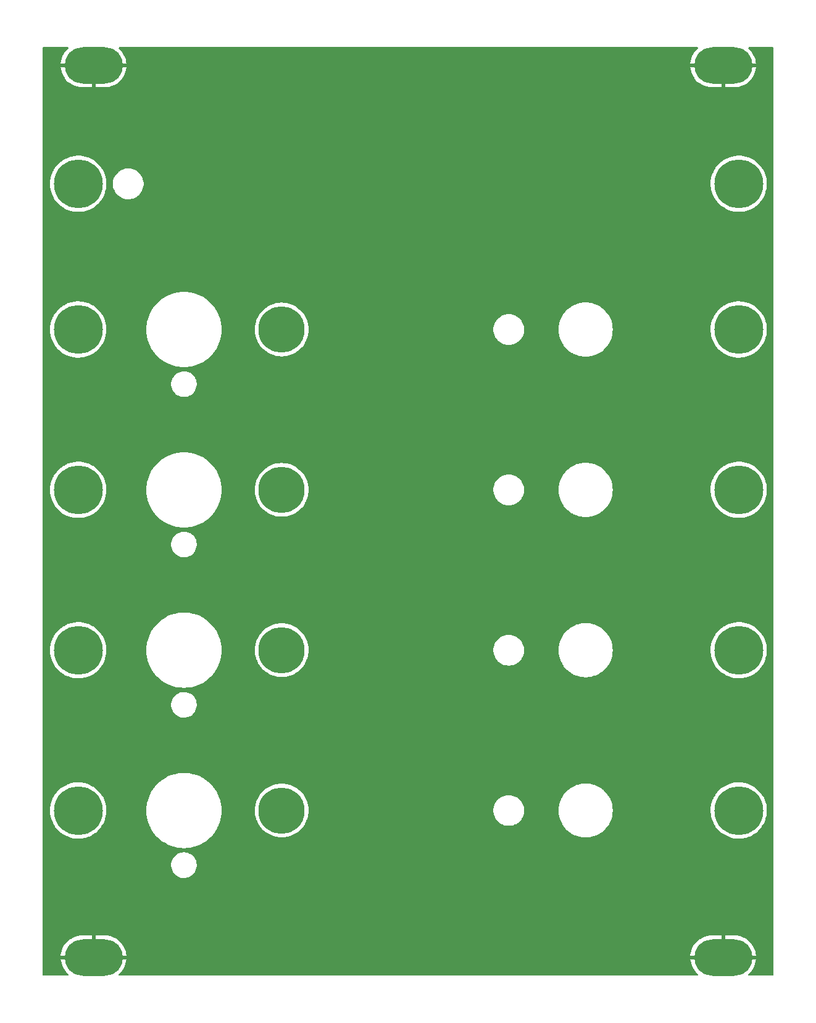
<source format=gbr>
G04 #@! TF.GenerationSoftware,KiCad,Pcbnew,(6.0.1)*
G04 #@! TF.CreationDate,2024-03-02T11:35:52-08:00*
G04 #@! TF.ProjectId,panel,70616e65-6c2e-46b6-9963-61645f706362,1.2*
G04 #@! TF.SameCoordinates,Original*
G04 #@! TF.FileFunction,Copper,L1,Top*
G04 #@! TF.FilePolarity,Positive*
%FSLAX46Y46*%
G04 Gerber Fmt 4.6, Leading zero omitted, Abs format (unit mm)*
G04 Created by KiCad (PCBNEW (6.0.1)) date 2024-03-02 11:35:52*
%MOMM*%
%LPD*%
G01*
G04 APERTURE LIST*
G04 #@! TA.AperFunction,ComponentPad*
%ADD10O,8.000000X5.000000*%
G04 #@! TD*
G04 #@! TA.AperFunction,ComponentPad*
%ADD11C,6.700000*%
G04 #@! TD*
G04 #@! TA.AperFunction,ComponentPad*
%ADD12C,6.350000*%
G04 #@! TD*
G04 APERTURE END LIST*
D10*
X47500000Y-33750000D03*
X133860000Y-33750000D03*
X133860000Y-156150000D03*
X47500000Y-156150000D03*
D11*
X45400000Y-70000000D03*
X45400000Y-92000000D03*
X45400000Y-114000000D03*
X45400000Y-50000000D03*
X136000000Y-92000000D03*
D12*
X73300000Y-92000000D03*
D11*
X136000000Y-136000000D03*
X45400000Y-136000000D03*
D12*
X73300000Y-70000000D03*
D11*
X136000000Y-70000000D03*
X136000000Y-114000000D03*
X136000000Y-50000000D03*
D12*
X73300000Y-114000000D03*
X73300000Y-136000000D03*
G04 #@! TA.AperFunction,Conductor*
G36*
X44010148Y-31278002D02*
G01*
X44056641Y-31331658D01*
X44066745Y-31401932D01*
X44037251Y-31466512D01*
X44027798Y-31476300D01*
X43827926Y-31662033D01*
X43822910Y-31667263D01*
X43602335Y-31925524D01*
X43597953Y-31931296D01*
X43408519Y-32213204D01*
X43404839Y-32219425D01*
X43249060Y-32521243D01*
X43246116Y-32527854D01*
X43126065Y-32845561D01*
X43123894Y-32852487D01*
X43041155Y-33181888D01*
X43039799Y-33188995D01*
X43001745Y-33478040D01*
X43003957Y-33492222D01*
X43017114Y-33496000D01*
X51979581Y-33496000D01*
X51993974Y-33491774D01*
X51996035Y-33479357D01*
X51976362Y-33282256D01*
X51975230Y-33275108D01*
X51902876Y-32943263D01*
X51900928Y-32936285D01*
X51790914Y-32614960D01*
X51788177Y-32608253D01*
X51641961Y-32301707D01*
X51638466Y-32295349D01*
X51457995Y-32007654D01*
X51453786Y-32001730D01*
X51241439Y-31736679D01*
X51236588Y-31731291D01*
X50995178Y-31492396D01*
X50989738Y-31487600D01*
X50984070Y-31483156D01*
X50942804Y-31425384D01*
X50939323Y-31354473D01*
X50974731Y-31292936D01*
X51037788Y-31260312D01*
X51061814Y-31258000D01*
X130302027Y-31258000D01*
X130370148Y-31278002D01*
X130416641Y-31331658D01*
X130426745Y-31401932D01*
X130397251Y-31466512D01*
X130387798Y-31476300D01*
X130187926Y-31662033D01*
X130182910Y-31667263D01*
X129962335Y-31925524D01*
X129957953Y-31931296D01*
X129768519Y-32213204D01*
X129764839Y-32219425D01*
X129609060Y-32521243D01*
X129606116Y-32527854D01*
X129486065Y-32845561D01*
X129483894Y-32852487D01*
X129401155Y-33181888D01*
X129399799Y-33188995D01*
X129361745Y-33478040D01*
X129363957Y-33492222D01*
X129377114Y-33496000D01*
X138339581Y-33496000D01*
X138353974Y-33491774D01*
X138356035Y-33479357D01*
X138336362Y-33282256D01*
X138335230Y-33275108D01*
X138262876Y-32943263D01*
X138260928Y-32936285D01*
X138150914Y-32614960D01*
X138148177Y-32608253D01*
X138001961Y-32301707D01*
X137998466Y-32295349D01*
X137817995Y-32007654D01*
X137813786Y-32001730D01*
X137601439Y-31736679D01*
X137596588Y-31731291D01*
X137355178Y-31492396D01*
X137349738Y-31487600D01*
X137344070Y-31483156D01*
X137302804Y-31425384D01*
X137299323Y-31354473D01*
X137334731Y-31292936D01*
X137397788Y-31260312D01*
X137421814Y-31258000D01*
X140666000Y-31258000D01*
X140734121Y-31278002D01*
X140780614Y-31331658D01*
X140792000Y-31384000D01*
X140792000Y-158516000D01*
X140771998Y-158584121D01*
X140718342Y-158630614D01*
X140666000Y-158642000D01*
X137417973Y-158642000D01*
X137349852Y-158621998D01*
X137303359Y-158568342D01*
X137293255Y-158498068D01*
X137322749Y-158433488D01*
X137332202Y-158423700D01*
X137532074Y-158237967D01*
X137537090Y-158232737D01*
X137757665Y-157974476D01*
X137762047Y-157968704D01*
X137951481Y-157686796D01*
X137955161Y-157680575D01*
X138110940Y-157378757D01*
X138113884Y-157372146D01*
X138233935Y-157054439D01*
X138236106Y-157047513D01*
X138318845Y-156718112D01*
X138320201Y-156711005D01*
X138358255Y-156421960D01*
X138356043Y-156407778D01*
X138342886Y-156404000D01*
X129380419Y-156404000D01*
X129366026Y-156408226D01*
X129363965Y-156420643D01*
X129383638Y-156617744D01*
X129384770Y-156624892D01*
X129457124Y-156956737D01*
X129459072Y-156963715D01*
X129569086Y-157285040D01*
X129571823Y-157291747D01*
X129718039Y-157598293D01*
X129721534Y-157604651D01*
X129902005Y-157892346D01*
X129906214Y-157898270D01*
X130118561Y-158163321D01*
X130123412Y-158168709D01*
X130364822Y-158407604D01*
X130370262Y-158412400D01*
X130375930Y-158416844D01*
X130417196Y-158474616D01*
X130420677Y-158545527D01*
X130385269Y-158607064D01*
X130322212Y-158639688D01*
X130298186Y-158642000D01*
X51057973Y-158642000D01*
X50989852Y-158621998D01*
X50943359Y-158568342D01*
X50933255Y-158498068D01*
X50962749Y-158433488D01*
X50972202Y-158423700D01*
X51172074Y-158237967D01*
X51177090Y-158232737D01*
X51397665Y-157974476D01*
X51402047Y-157968704D01*
X51591481Y-157686796D01*
X51595161Y-157680575D01*
X51750940Y-157378757D01*
X51753884Y-157372146D01*
X51873935Y-157054439D01*
X51876106Y-157047513D01*
X51958845Y-156718112D01*
X51960201Y-156711005D01*
X51998255Y-156421960D01*
X51996043Y-156407778D01*
X51982886Y-156404000D01*
X43020419Y-156404000D01*
X43006026Y-156408226D01*
X43003965Y-156420643D01*
X43023638Y-156617744D01*
X43024770Y-156624892D01*
X43097124Y-156956737D01*
X43099072Y-156963715D01*
X43209086Y-157285040D01*
X43211823Y-157291747D01*
X43358039Y-157598293D01*
X43361534Y-157604651D01*
X43542005Y-157892346D01*
X43546214Y-157898270D01*
X43758561Y-158163321D01*
X43763412Y-158168709D01*
X44004822Y-158407604D01*
X44010262Y-158412400D01*
X44015930Y-158416844D01*
X44057196Y-158474616D01*
X44060677Y-158545527D01*
X44025269Y-158607064D01*
X43962212Y-158639688D01*
X43938186Y-158642000D01*
X40634000Y-158642000D01*
X40565879Y-158621998D01*
X40519386Y-158568342D01*
X40508000Y-158516000D01*
X40508000Y-155878040D01*
X43001745Y-155878040D01*
X43003957Y-155892222D01*
X43017114Y-155896000D01*
X47227885Y-155896000D01*
X47243124Y-155891525D01*
X47244329Y-155890135D01*
X47246000Y-155882452D01*
X47246000Y-155877885D01*
X47754000Y-155877885D01*
X47758475Y-155893124D01*
X47759865Y-155894329D01*
X47767548Y-155896000D01*
X51979581Y-155896000D01*
X51993974Y-155891774D01*
X51996035Y-155879357D01*
X51995904Y-155878040D01*
X129361745Y-155878040D01*
X129363957Y-155892222D01*
X129377114Y-155896000D01*
X133587885Y-155896000D01*
X133603124Y-155891525D01*
X133604329Y-155890135D01*
X133606000Y-155882452D01*
X133606000Y-155877885D01*
X134114000Y-155877885D01*
X134118475Y-155893124D01*
X134119865Y-155894329D01*
X134127548Y-155896000D01*
X138339581Y-155896000D01*
X138353974Y-155891774D01*
X138356035Y-155879357D01*
X138336362Y-155682256D01*
X138335230Y-155675108D01*
X138262876Y-155343263D01*
X138260928Y-155336285D01*
X138150914Y-155014960D01*
X138148177Y-155008253D01*
X138001961Y-154701707D01*
X137998466Y-154695349D01*
X137817995Y-154407654D01*
X137813786Y-154401730D01*
X137601439Y-154136679D01*
X137596588Y-154131291D01*
X137355178Y-153892396D01*
X137349740Y-153887602D01*
X137082469Y-153678034D01*
X137076524Y-153673902D01*
X136786932Y-153496440D01*
X136780553Y-153493019D01*
X136472478Y-153350016D01*
X136465759Y-153347356D01*
X136143293Y-153240711D01*
X136136289Y-153238834D01*
X135803712Y-153169961D01*
X135796551Y-153168904D01*
X135497897Y-153142249D01*
X135492302Y-153142000D01*
X134132115Y-153142000D01*
X134116876Y-153146475D01*
X134115671Y-153147865D01*
X134114000Y-153155548D01*
X134114000Y-155877885D01*
X133606000Y-155877885D01*
X133606000Y-153160115D01*
X133601525Y-153144876D01*
X133600135Y-153143671D01*
X133592452Y-153142000D01*
X132273411Y-153142000D01*
X132269764Y-153142105D01*
X132017303Y-153156662D01*
X132010113Y-153157494D01*
X131675529Y-153215887D01*
X131668474Y-153217542D01*
X131342834Y-153314002D01*
X131336006Y-153316460D01*
X131023608Y-153449710D01*
X131017125Y-153452927D01*
X130722089Y-153621212D01*
X130716034Y-153625144D01*
X130442297Y-153826225D01*
X130436724Y-153830835D01*
X130187926Y-154062033D01*
X130182910Y-154067263D01*
X129962335Y-154325524D01*
X129957953Y-154331296D01*
X129768519Y-154613204D01*
X129764839Y-154619425D01*
X129609060Y-154921243D01*
X129606116Y-154927854D01*
X129486065Y-155245561D01*
X129483894Y-155252487D01*
X129401155Y-155581888D01*
X129399799Y-155588995D01*
X129361745Y-155878040D01*
X51995904Y-155878040D01*
X51976362Y-155682256D01*
X51975230Y-155675108D01*
X51902876Y-155343263D01*
X51900928Y-155336285D01*
X51790914Y-155014960D01*
X51788177Y-155008253D01*
X51641961Y-154701707D01*
X51638466Y-154695349D01*
X51457995Y-154407654D01*
X51453786Y-154401730D01*
X51241439Y-154136679D01*
X51236588Y-154131291D01*
X50995178Y-153892396D01*
X50989740Y-153887602D01*
X50722469Y-153678034D01*
X50716524Y-153673902D01*
X50426932Y-153496440D01*
X50420553Y-153493019D01*
X50112478Y-153350016D01*
X50105759Y-153347356D01*
X49783293Y-153240711D01*
X49776289Y-153238834D01*
X49443712Y-153169961D01*
X49436551Y-153168904D01*
X49137897Y-153142249D01*
X49132302Y-153142000D01*
X47772115Y-153142000D01*
X47756876Y-153146475D01*
X47755671Y-153147865D01*
X47754000Y-153155548D01*
X47754000Y-155877885D01*
X47246000Y-155877885D01*
X47246000Y-153160115D01*
X47241525Y-153144876D01*
X47240135Y-153143671D01*
X47232452Y-153142000D01*
X45913411Y-153142000D01*
X45909764Y-153142105D01*
X45657303Y-153156662D01*
X45650113Y-153157494D01*
X45315529Y-153215887D01*
X45308474Y-153217542D01*
X44982834Y-153314002D01*
X44976006Y-153316460D01*
X44663608Y-153449710D01*
X44657125Y-153452927D01*
X44362089Y-153621212D01*
X44356034Y-153625144D01*
X44082297Y-153826225D01*
X44076724Y-153830835D01*
X43827926Y-154062033D01*
X43822910Y-154067263D01*
X43602335Y-154325524D01*
X43597953Y-154331296D01*
X43408519Y-154613204D01*
X43404839Y-154619425D01*
X43249060Y-154921243D01*
X43246116Y-154927854D01*
X43126065Y-155245561D01*
X43123894Y-155252487D01*
X43041155Y-155581888D01*
X43039799Y-155588995D01*
X43001745Y-155878040D01*
X40508000Y-155878040D01*
X40508000Y-143607655D01*
X58139858Y-143607655D01*
X58175104Y-143866638D01*
X58176412Y-143871124D01*
X58176412Y-143871126D01*
X58196098Y-143938664D01*
X58248243Y-144117567D01*
X58357668Y-144354928D01*
X58360231Y-144358837D01*
X58498410Y-144569596D01*
X58498414Y-144569601D01*
X58500976Y-144573509D01*
X58675018Y-144768506D01*
X58875970Y-144935637D01*
X58879973Y-144938066D01*
X59095422Y-145068804D01*
X59095426Y-145068806D01*
X59099419Y-145071229D01*
X59340455Y-145172303D01*
X59593783Y-145236641D01*
X59598434Y-145237109D01*
X59598438Y-145237110D01*
X59791308Y-145256531D01*
X59810867Y-145258500D01*
X59966354Y-145258500D01*
X59968679Y-145258327D01*
X59968685Y-145258327D01*
X60156000Y-145244407D01*
X60156004Y-145244406D01*
X60160652Y-145244061D01*
X60165200Y-145243032D01*
X60165206Y-145243031D01*
X60351601Y-145200853D01*
X60415577Y-145186377D01*
X60451769Y-145172303D01*
X60654824Y-145093340D01*
X60654827Y-145093339D01*
X60659177Y-145091647D01*
X60886098Y-144961951D01*
X61091357Y-144800138D01*
X61270443Y-144609763D01*
X61419424Y-144395009D01*
X61535025Y-144160593D01*
X61614707Y-143911665D01*
X61656721Y-143653693D01*
X61660142Y-143392345D01*
X61624896Y-143133362D01*
X61610473Y-143083877D01*
X61553068Y-142886932D01*
X61551757Y-142882433D01*
X61442332Y-142645072D01*
X61409519Y-142595024D01*
X61301590Y-142430404D01*
X61301586Y-142430399D01*
X61299024Y-142426491D01*
X61124982Y-142231494D01*
X60924030Y-142064363D01*
X60876844Y-142035730D01*
X60704578Y-141931196D01*
X60704574Y-141931194D01*
X60700581Y-141928771D01*
X60459545Y-141827697D01*
X60206217Y-141763359D01*
X60201566Y-141762891D01*
X60201562Y-141762890D01*
X59992271Y-141741816D01*
X59989133Y-141741500D01*
X59833646Y-141741500D01*
X59831321Y-141741673D01*
X59831315Y-141741673D01*
X59644000Y-141755593D01*
X59643996Y-141755594D01*
X59639348Y-141755939D01*
X59634800Y-141756968D01*
X59634794Y-141756969D01*
X59448399Y-141799147D01*
X59384423Y-141813623D01*
X59380071Y-141815315D01*
X59380069Y-141815316D01*
X59145176Y-141906660D01*
X59145173Y-141906661D01*
X59140823Y-141908353D01*
X58913902Y-142038049D01*
X58708643Y-142199862D01*
X58529557Y-142390237D01*
X58380576Y-142604991D01*
X58264975Y-142839407D01*
X58185293Y-143088335D01*
X58143279Y-143346307D01*
X58139858Y-143607655D01*
X40508000Y-143607655D01*
X40508000Y-135986514D01*
X41536565Y-135986514D01*
X41554980Y-136377008D01*
X41555452Y-136380165D01*
X41555452Y-136380167D01*
X41560518Y-136414065D01*
X41612763Y-136763641D01*
X41613549Y-136766723D01*
X41613549Y-136766725D01*
X41623648Y-136806343D01*
X41709321Y-137142456D01*
X41843667Y-137509574D01*
X42014425Y-137861236D01*
X42016104Y-137863954D01*
X42213023Y-138182793D01*
X42219846Y-138193841D01*
X42221787Y-138196371D01*
X42221788Y-138196372D01*
X42430312Y-138468125D01*
X42457828Y-138503985D01*
X42725933Y-138788491D01*
X42728338Y-138790575D01*
X42728344Y-138790580D01*
X42760462Y-138818401D01*
X43021417Y-139044447D01*
X43341254Y-139269233D01*
X43682170Y-139460546D01*
X44040674Y-139616428D01*
X44413096Y-139735283D01*
X44416229Y-139735943D01*
X44416232Y-139735944D01*
X44792494Y-139815234D01*
X44792497Y-139815235D01*
X44795622Y-139815893D01*
X45184336Y-139857435D01*
X45187523Y-139857452D01*
X45187529Y-139857452D01*
X45364895Y-139858380D01*
X45575258Y-139859482D01*
X45722592Y-139845295D01*
X45961221Y-139822318D01*
X45961226Y-139822317D01*
X45964386Y-139822013D01*
X45967505Y-139821390D01*
X45967510Y-139821389D01*
X46156412Y-139783642D01*
X46347735Y-139745412D01*
X46634089Y-139657318D01*
X46718339Y-139631400D01*
X46718342Y-139631399D01*
X46721381Y-139630464D01*
X46724309Y-139629227D01*
X46724315Y-139629225D01*
X46886219Y-139560834D01*
X47081498Y-139478345D01*
X47084301Y-139476811D01*
X47084306Y-139476808D01*
X47282745Y-139368165D01*
X47424398Y-139290612D01*
X47746572Y-139069188D01*
X47778204Y-139042362D01*
X48042290Y-138818401D01*
X48042292Y-138818399D01*
X48044720Y-138816340D01*
X48046925Y-138814048D01*
X48046931Y-138814043D01*
X48157327Y-138699324D01*
X48315790Y-138534657D01*
X48557006Y-138227023D01*
X48583348Y-138185355D01*
X48739946Y-137937641D01*
X48765899Y-137896587D01*
X48767319Y-137893739D01*
X48767324Y-137893730D01*
X48938910Y-137549580D01*
X48940330Y-137546732D01*
X49078513Y-137181041D01*
X49088271Y-137144370D01*
X49153471Y-136899329D01*
X49179033Y-136803258D01*
X49184547Y-136768838D01*
X49237312Y-136439406D01*
X49240861Y-136417251D01*
X49242689Y-136385559D01*
X49257268Y-136132703D01*
X49263365Y-136026972D01*
X49263459Y-136000000D01*
X54736446Y-136000000D01*
X54736566Y-136002748D01*
X54755446Y-136435159D01*
X54756095Y-136450033D01*
X54814892Y-136896642D01*
X54912390Y-137336426D01*
X54913218Y-137339051D01*
X54913219Y-137339056D01*
X55008876Y-137642441D01*
X55047846Y-137766039D01*
X55159851Y-138036443D01*
X55215444Y-138170654D01*
X55220231Y-138182212D01*
X55428231Y-138581777D01*
X55670264Y-138961693D01*
X55735168Y-139046277D01*
X55921262Y-139288800D01*
X55944488Y-139319069D01*
X56248816Y-139651184D01*
X56580931Y-139955512D01*
X56583093Y-139957171D01*
X56583099Y-139957176D01*
X56704538Y-140050359D01*
X56938307Y-140229736D01*
X57318223Y-140471769D01*
X57717788Y-140679769D01*
X58133961Y-140852154D01*
X58136581Y-140852980D01*
X58136589Y-140852983D01*
X58560944Y-140986781D01*
X58560949Y-140986782D01*
X58563574Y-140987610D01*
X59003358Y-141085108D01*
X59006077Y-141085466D01*
X59006083Y-141085467D01*
X59173674Y-141107530D01*
X59449967Y-141143905D01*
X59452716Y-141144025D01*
X59452727Y-141144026D01*
X59782869Y-141158440D01*
X59782873Y-141158440D01*
X59784245Y-141158500D01*
X60015755Y-141158500D01*
X60017127Y-141158440D01*
X60017131Y-141158440D01*
X60347273Y-141144026D01*
X60347284Y-141144025D01*
X60350033Y-141143905D01*
X60626326Y-141107530D01*
X60793917Y-141085467D01*
X60793923Y-141085466D01*
X60796642Y-141085108D01*
X61236426Y-140987610D01*
X61239051Y-140986782D01*
X61239056Y-140986781D01*
X61663411Y-140852983D01*
X61663419Y-140852980D01*
X61666039Y-140852154D01*
X62082212Y-140679769D01*
X62481777Y-140471769D01*
X62861693Y-140229736D01*
X63095462Y-140050359D01*
X63216901Y-139957176D01*
X63216907Y-139957171D01*
X63219069Y-139955512D01*
X63551184Y-139651184D01*
X63855512Y-139319069D01*
X63878739Y-139288800D01*
X64064832Y-139046277D01*
X64129736Y-138961693D01*
X64371769Y-138581777D01*
X64579769Y-138182212D01*
X64584557Y-138170654D01*
X64640149Y-138036443D01*
X64752154Y-137766039D01*
X64791125Y-137642441D01*
X64886781Y-137339056D01*
X64886782Y-137339051D01*
X64887610Y-137336426D01*
X64985108Y-136896642D01*
X65043905Y-136450033D01*
X65044555Y-136435159D01*
X65063434Y-136002748D01*
X65063554Y-136000000D01*
X69611445Y-136000000D01*
X69631651Y-136385559D01*
X69632164Y-136388799D01*
X69632165Y-136388807D01*
X69659970Y-136564357D01*
X69692049Y-136766894D01*
X69791976Y-137139826D01*
X69793161Y-137142914D01*
X69793162Y-137142916D01*
X69818724Y-137209508D01*
X69930337Y-137500270D01*
X69931835Y-137503210D01*
X70088008Y-137809715D01*
X70105618Y-137844277D01*
X70107414Y-137847043D01*
X70107416Y-137847046D01*
X70115545Y-137859563D01*
X70315896Y-138168078D01*
X70558869Y-138468125D01*
X70831875Y-138741131D01*
X71131922Y-138984104D01*
X71455722Y-139194382D01*
X71458656Y-139195877D01*
X71458663Y-139195881D01*
X71647602Y-139292150D01*
X71799730Y-139369663D01*
X72160174Y-139508024D01*
X72533106Y-139607951D01*
X72687710Y-139632438D01*
X72911193Y-139667835D01*
X72911201Y-139667836D01*
X72914441Y-139668349D01*
X73300000Y-139688555D01*
X73685559Y-139668349D01*
X73688799Y-139667836D01*
X73688807Y-139667835D01*
X73912290Y-139632438D01*
X74066894Y-139607951D01*
X74439826Y-139508024D01*
X74800270Y-139369663D01*
X74952398Y-139292150D01*
X75141337Y-139195881D01*
X75141344Y-139195877D01*
X75144278Y-139194382D01*
X75468078Y-138984104D01*
X75768125Y-138741131D01*
X76041131Y-138468125D01*
X76284104Y-138168078D01*
X76484455Y-137859563D01*
X76492584Y-137847046D01*
X76492586Y-137847043D01*
X76494382Y-137844277D01*
X76511993Y-137809715D01*
X76668165Y-137503210D01*
X76669663Y-137500270D01*
X76781276Y-137209508D01*
X76806838Y-137142916D01*
X76806839Y-137142914D01*
X76808024Y-137139826D01*
X76907951Y-136766894D01*
X76940030Y-136564357D01*
X76967835Y-136388807D01*
X76967836Y-136388799D01*
X76968349Y-136385559D01*
X76981600Y-136132703D01*
X102340743Y-136132703D01*
X102378268Y-136417734D01*
X102454129Y-136695036D01*
X102455813Y-136698984D01*
X102538960Y-136893917D01*
X102566923Y-136959476D01*
X102578693Y-136979142D01*
X102681340Y-137150652D01*
X102714561Y-137206161D01*
X102894313Y-137430528D01*
X103102851Y-137628423D01*
X103336317Y-137796186D01*
X103340112Y-137798195D01*
X103340113Y-137798196D01*
X103361869Y-137809715D01*
X103590392Y-137930712D01*
X103860373Y-138029511D01*
X104141264Y-138090755D01*
X104169841Y-138093004D01*
X104364282Y-138108307D01*
X104364291Y-138108307D01*
X104366739Y-138108500D01*
X104522271Y-138108500D01*
X104524407Y-138108354D01*
X104524418Y-138108354D01*
X104732548Y-138094165D01*
X104732554Y-138094164D01*
X104736825Y-138093873D01*
X104741020Y-138093004D01*
X104741022Y-138093004D01*
X104877584Y-138064723D01*
X105018342Y-138035574D01*
X105289343Y-137939607D01*
X105435918Y-137863954D01*
X105541005Y-137809715D01*
X105541006Y-137809715D01*
X105544812Y-137807750D01*
X105548313Y-137805289D01*
X105548317Y-137805287D01*
X105662418Y-137725095D01*
X105780023Y-137642441D01*
X105918895Y-137513393D01*
X105987479Y-137449661D01*
X105987481Y-137449658D01*
X105990622Y-137446740D01*
X106172713Y-137224268D01*
X106322927Y-136979142D01*
X106357963Y-136899329D01*
X106436757Y-136719830D01*
X106438483Y-136715898D01*
X106517244Y-136439406D01*
X106557751Y-136154784D01*
X106557845Y-136136951D01*
X106558562Y-136000000D01*
X111286411Y-136000000D01*
X111306754Y-136388176D01*
X111307267Y-136391416D01*
X111307268Y-136391424D01*
X111314195Y-136435159D01*
X111367562Y-136772099D01*
X111468167Y-137147562D01*
X111607468Y-137510453D01*
X111608966Y-137513393D01*
X111776062Y-137841336D01*
X111783938Y-137856794D01*
X111785734Y-137859560D01*
X111785736Y-137859563D01*
X111947302Y-138108354D01*
X111995643Y-138182793D01*
X112240266Y-138484876D01*
X112515124Y-138759734D01*
X112517682Y-138761806D01*
X112517686Y-138761809D01*
X112553215Y-138790580D01*
X112817207Y-139004357D01*
X112819970Y-139006152D01*
X112819971Y-139006152D01*
X113109822Y-139194382D01*
X113143206Y-139216062D01*
X113146140Y-139217557D01*
X113146147Y-139217561D01*
X113441724Y-139368165D01*
X113489547Y-139392532D01*
X113662673Y-139458989D01*
X113790414Y-139508024D01*
X113852438Y-139531833D01*
X114227901Y-139632438D01*
X114431793Y-139664732D01*
X114608576Y-139692732D01*
X114608584Y-139692733D01*
X114611824Y-139693246D01*
X114902894Y-139708500D01*
X115097106Y-139708500D01*
X115388176Y-139693246D01*
X115391416Y-139692733D01*
X115391424Y-139692732D01*
X115568207Y-139664732D01*
X115772099Y-139632438D01*
X116147562Y-139531833D01*
X116209587Y-139508024D01*
X116337327Y-139458989D01*
X116510453Y-139392532D01*
X116558276Y-139368165D01*
X116853853Y-139217561D01*
X116853860Y-139217557D01*
X116856794Y-139216062D01*
X116890179Y-139194382D01*
X117180029Y-139006152D01*
X117180030Y-139006152D01*
X117182793Y-139004357D01*
X117446785Y-138790580D01*
X117482314Y-138761809D01*
X117482318Y-138761806D01*
X117484876Y-138759734D01*
X117759734Y-138484876D01*
X118004357Y-138182793D01*
X118062102Y-138093873D01*
X118214264Y-137859564D01*
X118214266Y-137859561D01*
X118216062Y-137856795D01*
X118217562Y-137853853D01*
X118391034Y-137513393D01*
X118392532Y-137510453D01*
X118531833Y-137147562D01*
X118632438Y-136772099D01*
X118685805Y-136435159D01*
X118692732Y-136391424D01*
X118692733Y-136391416D01*
X118693246Y-136388176D01*
X118713589Y-136000000D01*
X118712882Y-135986514D01*
X132136565Y-135986514D01*
X132154980Y-136377008D01*
X132155452Y-136380165D01*
X132155452Y-136380167D01*
X132160518Y-136414065D01*
X132212763Y-136763641D01*
X132213549Y-136766723D01*
X132213549Y-136766725D01*
X132223648Y-136806343D01*
X132309321Y-137142456D01*
X132443667Y-137509574D01*
X132614425Y-137861236D01*
X132616104Y-137863954D01*
X132813023Y-138182793D01*
X132819846Y-138193841D01*
X132821787Y-138196371D01*
X132821788Y-138196372D01*
X133030312Y-138468125D01*
X133057828Y-138503985D01*
X133325933Y-138788491D01*
X133328338Y-138790575D01*
X133328344Y-138790580D01*
X133360462Y-138818401D01*
X133621417Y-139044447D01*
X133941254Y-139269233D01*
X134282170Y-139460546D01*
X134640674Y-139616428D01*
X135013096Y-139735283D01*
X135016229Y-139735943D01*
X135016232Y-139735944D01*
X135392494Y-139815234D01*
X135392497Y-139815235D01*
X135395622Y-139815893D01*
X135784336Y-139857435D01*
X135787523Y-139857452D01*
X135787529Y-139857452D01*
X135964895Y-139858380D01*
X136175258Y-139859482D01*
X136322592Y-139845295D01*
X136561221Y-139822318D01*
X136561226Y-139822317D01*
X136564386Y-139822013D01*
X136567505Y-139821390D01*
X136567510Y-139821389D01*
X136756412Y-139783642D01*
X136947735Y-139745412D01*
X137234089Y-139657318D01*
X137318339Y-139631400D01*
X137318342Y-139631399D01*
X137321381Y-139630464D01*
X137324309Y-139629227D01*
X137324315Y-139629225D01*
X137486219Y-139560834D01*
X137681498Y-139478345D01*
X137684301Y-139476811D01*
X137684306Y-139476808D01*
X137882745Y-139368165D01*
X138024398Y-139290612D01*
X138346572Y-139069188D01*
X138378204Y-139042362D01*
X138642290Y-138818401D01*
X138642292Y-138818399D01*
X138644720Y-138816340D01*
X138646925Y-138814048D01*
X138646931Y-138814043D01*
X138757327Y-138699324D01*
X138915790Y-138534657D01*
X139157006Y-138227023D01*
X139183348Y-138185355D01*
X139339946Y-137937641D01*
X139365899Y-137896587D01*
X139367319Y-137893739D01*
X139367324Y-137893730D01*
X139538910Y-137549580D01*
X139540330Y-137546732D01*
X139678513Y-137181041D01*
X139688271Y-137144370D01*
X139753471Y-136899329D01*
X139779033Y-136803258D01*
X139784547Y-136768838D01*
X139837312Y-136439406D01*
X139840861Y-136417251D01*
X139842689Y-136385559D01*
X139857268Y-136132703D01*
X139863365Y-136026972D01*
X139863459Y-136000000D01*
X139856522Y-135863049D01*
X139843842Y-135612746D01*
X139843841Y-135612741D01*
X139843681Y-135609573D01*
X139793877Y-135284102D01*
X139785033Y-135226304D01*
X139785031Y-135226295D01*
X139784549Y-135223144D01*
X139736367Y-135036837D01*
X139687465Y-134847748D01*
X139687462Y-134847740D01*
X139686668Y-134844668D01*
X139683047Y-134834879D01*
X139552151Y-134481019D01*
X139552148Y-134481013D01*
X139551042Y-134478022D01*
X139379057Y-134126958D01*
X139373503Y-134118034D01*
X139174162Y-133797781D01*
X139172476Y-133795072D01*
X138933414Y-133485760D01*
X138664317Y-133202192D01*
X138661893Y-133200107D01*
X138370356Y-132949346D01*
X138370353Y-132949344D01*
X138367941Y-132947269D01*
X138365333Y-132945449D01*
X138365327Y-132945445D01*
X138049934Y-132725424D01*
X138047321Y-132723601D01*
X137838672Y-132607468D01*
X137708525Y-132535029D01*
X137708523Y-132535028D01*
X137705740Y-132533479D01*
X137702820Y-132532221D01*
X137702815Y-132532219D01*
X137349628Y-132380112D01*
X137349618Y-132380108D01*
X137346694Y-132378849D01*
X136973860Y-132261295D01*
X136699971Y-132204575D01*
X136594180Y-132182667D01*
X136594177Y-132182667D01*
X136591055Y-132182020D01*
X136307344Y-132152702D01*
X136205354Y-132142162D01*
X136205351Y-132142162D01*
X136202198Y-132141836D01*
X136199031Y-132141830D01*
X136199022Y-132141830D01*
X136006362Y-132141494D01*
X135811271Y-132141153D01*
X135422276Y-132179980D01*
X135039197Y-132257919D01*
X134665955Y-132374171D01*
X134622036Y-132392904D01*
X134309301Y-132526296D01*
X134309297Y-132526298D01*
X134306371Y-132527546D01*
X134303592Y-132529080D01*
X134303586Y-132529083D01*
X134032173Y-132678911D01*
X133964128Y-132716474D01*
X133961507Y-132718289D01*
X133961502Y-132718292D01*
X133832791Y-132807416D01*
X133642729Y-132939021D01*
X133345466Y-133192909D01*
X133075381Y-133475536D01*
X133073424Y-133478049D01*
X133073423Y-133478051D01*
X133044563Y-133515124D01*
X132835240Y-133784011D01*
X132833544Y-133786715D01*
X132833541Y-133786719D01*
X132756108Y-133910158D01*
X132627501Y-134115174D01*
X132626091Y-134118026D01*
X132626087Y-134118034D01*
X132502016Y-134369074D01*
X132454293Y-134465635D01*
X132317387Y-134831806D01*
X132218186Y-135209938D01*
X132203305Y-135304964D01*
X132159881Y-135582266D01*
X132157705Y-135596159D01*
X132157534Y-135599318D01*
X132157533Y-135599327D01*
X132144447Y-135840964D01*
X132136565Y-135986514D01*
X118712882Y-135986514D01*
X118693246Y-135611824D01*
X118688565Y-135582266D01*
X118645299Y-135309103D01*
X118632438Y-135227901D01*
X118531833Y-134852438D01*
X118528851Y-134844668D01*
X118393716Y-134492632D01*
X118392532Y-134489547D01*
X118380348Y-134465635D01*
X118217561Y-134146147D01*
X118217557Y-134146140D01*
X118216062Y-134143206D01*
X118205511Y-134126958D01*
X118006152Y-133819971D01*
X118006152Y-133819970D01*
X118004357Y-133817207D01*
X117759734Y-133515124D01*
X117484876Y-133240266D01*
X117429236Y-133195209D01*
X117333834Y-133117954D01*
X117182793Y-132995643D01*
X117180029Y-132993848D01*
X116859563Y-132785736D01*
X116859560Y-132785734D01*
X116856794Y-132783938D01*
X116853860Y-132782443D01*
X116853853Y-132782439D01*
X116513393Y-132608966D01*
X116510453Y-132607468D01*
X116212676Y-132493162D01*
X116150652Y-132469353D01*
X116150650Y-132469352D01*
X116147562Y-132468167D01*
X115772099Y-132367562D01*
X115568207Y-132335268D01*
X115391424Y-132307268D01*
X115391416Y-132307267D01*
X115388176Y-132306754D01*
X115097106Y-132291500D01*
X114902894Y-132291500D01*
X114611824Y-132306754D01*
X114608584Y-132307267D01*
X114608576Y-132307268D01*
X114431793Y-132335268D01*
X114227901Y-132367562D01*
X113852438Y-132468167D01*
X113849350Y-132469352D01*
X113849348Y-132469353D01*
X113787324Y-132493162D01*
X113489547Y-132607468D01*
X113486607Y-132608966D01*
X113146147Y-132782439D01*
X113146140Y-132782443D01*
X113143206Y-132783938D01*
X113140440Y-132785734D01*
X113140437Y-132785736D01*
X112819971Y-132993848D01*
X112817207Y-132995643D01*
X112666166Y-133117954D01*
X112570765Y-133195209D01*
X112515124Y-133240266D01*
X112240266Y-133515124D01*
X111995643Y-133817207D01*
X111993848Y-133819970D01*
X111993848Y-133819971D01*
X111785736Y-134140436D01*
X111785734Y-134140439D01*
X111783938Y-134143205D01*
X111782443Y-134146139D01*
X111782439Y-134146146D01*
X111619652Y-134465635D01*
X111607468Y-134489547D01*
X111606284Y-134492632D01*
X111471150Y-134844668D01*
X111468167Y-134852438D01*
X111367562Y-135227901D01*
X111354701Y-135309103D01*
X111311436Y-135582266D01*
X111306754Y-135611824D01*
X111286411Y-136000000D01*
X106558562Y-136000000D01*
X106559235Y-135871583D01*
X106559235Y-135871576D01*
X106559257Y-135867297D01*
X106521732Y-135582266D01*
X106445871Y-135304964D01*
X106413001Y-135227901D01*
X106334763Y-135044476D01*
X106334761Y-135044472D01*
X106333077Y-135040524D01*
X106225140Y-134860174D01*
X106187643Y-134797521D01*
X106187640Y-134797517D01*
X106185439Y-134793839D01*
X106005687Y-134569472D01*
X105797149Y-134371577D01*
X105563683Y-134203814D01*
X105541843Y-134192250D01*
X105518654Y-134179972D01*
X105309608Y-134069288D01*
X105039627Y-133970489D01*
X104758736Y-133909245D01*
X104727685Y-133906801D01*
X104535718Y-133891693D01*
X104535709Y-133891693D01*
X104533261Y-133891500D01*
X104377729Y-133891500D01*
X104375593Y-133891646D01*
X104375582Y-133891646D01*
X104167452Y-133905835D01*
X104167446Y-133905836D01*
X104163175Y-133906127D01*
X104158980Y-133906996D01*
X104158978Y-133906996D01*
X104022416Y-133935277D01*
X103881658Y-133964426D01*
X103610657Y-134060393D01*
X103355188Y-134192250D01*
X103351687Y-134194711D01*
X103351683Y-134194713D01*
X103295839Y-134233961D01*
X103119977Y-134357559D01*
X103104892Y-134371577D01*
X102990344Y-134478022D01*
X102909378Y-134553260D01*
X102727287Y-134775732D01*
X102577073Y-135020858D01*
X102575347Y-135024791D01*
X102575346Y-135024792D01*
X102485303Y-135229917D01*
X102461517Y-135284102D01*
X102382756Y-135560594D01*
X102342249Y-135845216D01*
X102342227Y-135849505D01*
X102342226Y-135849512D01*
X102341288Y-136028665D01*
X102340743Y-136132703D01*
X76981600Y-136132703D01*
X76988555Y-136000000D01*
X76968349Y-135614441D01*
X76965956Y-135599327D01*
X76918707Y-135301016D01*
X76907951Y-135233106D01*
X76808024Y-134860174D01*
X76805055Y-134852438D01*
X76670847Y-134502815D01*
X76669663Y-134499730D01*
X76666046Y-134492632D01*
X76495881Y-134158664D01*
X76495877Y-134158657D01*
X76494382Y-134155723D01*
X76486254Y-134143206D01*
X76285906Y-133834697D01*
X76284104Y-133831922D01*
X76041131Y-133531875D01*
X75768125Y-133258869D01*
X75468078Y-133015896D01*
X75144278Y-132805618D01*
X75141344Y-132804123D01*
X75141337Y-132804119D01*
X74803210Y-132631835D01*
X74800270Y-132630337D01*
X74439826Y-132491976D01*
X74066894Y-132392049D01*
X73864357Y-132359970D01*
X73688807Y-132332165D01*
X73688799Y-132332164D01*
X73685559Y-132331651D01*
X73300000Y-132311445D01*
X72914441Y-132331651D01*
X72911201Y-132332164D01*
X72911193Y-132332165D01*
X72735643Y-132359970D01*
X72533106Y-132392049D01*
X72160174Y-132491976D01*
X71799730Y-132630337D01*
X71796790Y-132631835D01*
X71458664Y-132804119D01*
X71458657Y-132804123D01*
X71455723Y-132805618D01*
X71131922Y-133015896D01*
X70831875Y-133258869D01*
X70558869Y-133531875D01*
X70315896Y-133831922D01*
X70314094Y-133834697D01*
X70113747Y-134143206D01*
X70105618Y-134155723D01*
X70104123Y-134158657D01*
X70104119Y-134158664D01*
X69933954Y-134492632D01*
X69930337Y-134499730D01*
X69929153Y-134502815D01*
X69794946Y-134852438D01*
X69791976Y-134860174D01*
X69692049Y-135233106D01*
X69681293Y-135301016D01*
X69634045Y-135599327D01*
X69631651Y-135614441D01*
X69611445Y-136000000D01*
X65063554Y-136000000D01*
X65046864Y-135617731D01*
X65044026Y-135552727D01*
X65044025Y-135552716D01*
X65043905Y-135549967D01*
X64999553Y-135213082D01*
X64985467Y-135106083D01*
X64985466Y-135106077D01*
X64985108Y-135103358D01*
X64887610Y-134663574D01*
X64853875Y-134556579D01*
X64752983Y-134236589D01*
X64752980Y-134236581D01*
X64752154Y-134233961D01*
X64585624Y-133831922D01*
X64580822Y-133820330D01*
X64580821Y-133820329D01*
X64579769Y-133817788D01*
X64371769Y-133418223D01*
X64129736Y-133038307D01*
X63888254Y-132723601D01*
X63857176Y-132683099D01*
X63857171Y-132683093D01*
X63855512Y-132680931D01*
X63551184Y-132348816D01*
X63219069Y-132044488D01*
X63216907Y-132042829D01*
X63216901Y-132042824D01*
X63095462Y-131949641D01*
X62861693Y-131770264D01*
X62481777Y-131528231D01*
X62082212Y-131320231D01*
X61666039Y-131147846D01*
X61663419Y-131147020D01*
X61663411Y-131147017D01*
X61239056Y-131013219D01*
X61239051Y-131013218D01*
X61236426Y-131012390D01*
X60796642Y-130914892D01*
X60793923Y-130914534D01*
X60793917Y-130914533D01*
X60626326Y-130892470D01*
X60350033Y-130856095D01*
X60347284Y-130855975D01*
X60347273Y-130855974D01*
X60017131Y-130841560D01*
X60017127Y-130841560D01*
X60015755Y-130841500D01*
X59784245Y-130841500D01*
X59782873Y-130841560D01*
X59782869Y-130841560D01*
X59452727Y-130855974D01*
X59452716Y-130855975D01*
X59449967Y-130856095D01*
X59173674Y-130892470D01*
X59006083Y-130914533D01*
X59006077Y-130914534D01*
X59003358Y-130914892D01*
X58563574Y-131012390D01*
X58560949Y-131013218D01*
X58560944Y-131013219D01*
X58136589Y-131147017D01*
X58136581Y-131147020D01*
X58133961Y-131147846D01*
X57717788Y-131320231D01*
X57318223Y-131528231D01*
X56938307Y-131770264D01*
X56704538Y-131949641D01*
X56583099Y-132042824D01*
X56583093Y-132042829D01*
X56580931Y-132044488D01*
X56248816Y-132348816D01*
X55944488Y-132680931D01*
X55942829Y-132683093D01*
X55942824Y-132683099D01*
X55911746Y-132723601D01*
X55670264Y-133038307D01*
X55428231Y-133418223D01*
X55220231Y-133817788D01*
X55219179Y-133820329D01*
X55219178Y-133820330D01*
X55214376Y-133831922D01*
X55047846Y-134233961D01*
X55047020Y-134236581D01*
X55047017Y-134236589D01*
X54946125Y-134556579D01*
X54912390Y-134663574D01*
X54814892Y-135103358D01*
X54814534Y-135106077D01*
X54814533Y-135106083D01*
X54800447Y-135213082D01*
X54756095Y-135549967D01*
X54755975Y-135552716D01*
X54755974Y-135552727D01*
X54753136Y-135617731D01*
X54736446Y-136000000D01*
X49263459Y-136000000D01*
X49256522Y-135863049D01*
X49243842Y-135612746D01*
X49243841Y-135612741D01*
X49243681Y-135609573D01*
X49193877Y-135284102D01*
X49185033Y-135226304D01*
X49185031Y-135226295D01*
X49184549Y-135223144D01*
X49136367Y-135036837D01*
X49087465Y-134847748D01*
X49087462Y-134847740D01*
X49086668Y-134844668D01*
X49083047Y-134834879D01*
X48952151Y-134481019D01*
X48952148Y-134481013D01*
X48951042Y-134478022D01*
X48779057Y-134126958D01*
X48773503Y-134118034D01*
X48574162Y-133797781D01*
X48572476Y-133795072D01*
X48333414Y-133485760D01*
X48064317Y-133202192D01*
X48061893Y-133200107D01*
X47770356Y-132949346D01*
X47770353Y-132949344D01*
X47767941Y-132947269D01*
X47765333Y-132945449D01*
X47765327Y-132945445D01*
X47449934Y-132725424D01*
X47447321Y-132723601D01*
X47238672Y-132607468D01*
X47108525Y-132535029D01*
X47108523Y-132535028D01*
X47105740Y-132533479D01*
X47102820Y-132532221D01*
X47102815Y-132532219D01*
X46749628Y-132380112D01*
X46749618Y-132380108D01*
X46746694Y-132378849D01*
X46373860Y-132261295D01*
X46099971Y-132204575D01*
X45994180Y-132182667D01*
X45994177Y-132182667D01*
X45991055Y-132182020D01*
X45707344Y-132152702D01*
X45605354Y-132142162D01*
X45605351Y-132142162D01*
X45602198Y-132141836D01*
X45599031Y-132141830D01*
X45599022Y-132141830D01*
X45406362Y-132141494D01*
X45211271Y-132141153D01*
X44822276Y-132179980D01*
X44439197Y-132257919D01*
X44065955Y-132374171D01*
X44022036Y-132392904D01*
X43709301Y-132526296D01*
X43709297Y-132526298D01*
X43706371Y-132527546D01*
X43703592Y-132529080D01*
X43703586Y-132529083D01*
X43432173Y-132678911D01*
X43364128Y-132716474D01*
X43361507Y-132718289D01*
X43361502Y-132718292D01*
X43232791Y-132807416D01*
X43042729Y-132939021D01*
X42745466Y-133192909D01*
X42475381Y-133475536D01*
X42473424Y-133478049D01*
X42473423Y-133478051D01*
X42444563Y-133515124D01*
X42235240Y-133784011D01*
X42233544Y-133786715D01*
X42233541Y-133786719D01*
X42156108Y-133910158D01*
X42027501Y-134115174D01*
X42026091Y-134118026D01*
X42026087Y-134118034D01*
X41902016Y-134369074D01*
X41854293Y-134465635D01*
X41717387Y-134831806D01*
X41618186Y-135209938D01*
X41603305Y-135304964D01*
X41559881Y-135582266D01*
X41557705Y-135596159D01*
X41557534Y-135599318D01*
X41557533Y-135599327D01*
X41544447Y-135840964D01*
X41536565Y-135986514D01*
X40508000Y-135986514D01*
X40508000Y-121607655D01*
X58139858Y-121607655D01*
X58175104Y-121866638D01*
X58176412Y-121871124D01*
X58176412Y-121871126D01*
X58196098Y-121938664D01*
X58248243Y-122117567D01*
X58357668Y-122354928D01*
X58360231Y-122358837D01*
X58498410Y-122569596D01*
X58498414Y-122569601D01*
X58500976Y-122573509D01*
X58675018Y-122768506D01*
X58875970Y-122935637D01*
X58879973Y-122938066D01*
X59095422Y-123068804D01*
X59095426Y-123068806D01*
X59099419Y-123071229D01*
X59340455Y-123172303D01*
X59593783Y-123236641D01*
X59598434Y-123237109D01*
X59598438Y-123237110D01*
X59791308Y-123256531D01*
X59810867Y-123258500D01*
X59966354Y-123258500D01*
X59968679Y-123258327D01*
X59968685Y-123258327D01*
X60156000Y-123244407D01*
X60156004Y-123244406D01*
X60160652Y-123244061D01*
X60165200Y-123243032D01*
X60165206Y-123243031D01*
X60351601Y-123200853D01*
X60415577Y-123186377D01*
X60451769Y-123172303D01*
X60654824Y-123093340D01*
X60654827Y-123093339D01*
X60659177Y-123091647D01*
X60886098Y-122961951D01*
X61091357Y-122800138D01*
X61270443Y-122609763D01*
X61419424Y-122395009D01*
X61535025Y-122160593D01*
X61614707Y-121911665D01*
X61656721Y-121653693D01*
X61660142Y-121392345D01*
X61624896Y-121133362D01*
X61610473Y-121083877D01*
X61553068Y-120886932D01*
X61551757Y-120882433D01*
X61442332Y-120645072D01*
X61409519Y-120595024D01*
X61301590Y-120430404D01*
X61301586Y-120430399D01*
X61299024Y-120426491D01*
X61124982Y-120231494D01*
X60924030Y-120064363D01*
X60876844Y-120035730D01*
X60704578Y-119931196D01*
X60704574Y-119931194D01*
X60700581Y-119928771D01*
X60459545Y-119827697D01*
X60206217Y-119763359D01*
X60201566Y-119762891D01*
X60201562Y-119762890D01*
X59992271Y-119741816D01*
X59989133Y-119741500D01*
X59833646Y-119741500D01*
X59831321Y-119741673D01*
X59831315Y-119741673D01*
X59644000Y-119755593D01*
X59643996Y-119755594D01*
X59639348Y-119755939D01*
X59634800Y-119756968D01*
X59634794Y-119756969D01*
X59448399Y-119799147D01*
X59384423Y-119813623D01*
X59380071Y-119815315D01*
X59380069Y-119815316D01*
X59145176Y-119906660D01*
X59145173Y-119906661D01*
X59140823Y-119908353D01*
X58913902Y-120038049D01*
X58708643Y-120199862D01*
X58529557Y-120390237D01*
X58380576Y-120604991D01*
X58264975Y-120839407D01*
X58185293Y-121088335D01*
X58143279Y-121346307D01*
X58139858Y-121607655D01*
X40508000Y-121607655D01*
X40508000Y-113986514D01*
X41536565Y-113986514D01*
X41554980Y-114377008D01*
X41555452Y-114380165D01*
X41555452Y-114380167D01*
X41560518Y-114414065D01*
X41612763Y-114763641D01*
X41613549Y-114766723D01*
X41613549Y-114766725D01*
X41623648Y-114806343D01*
X41709321Y-115142456D01*
X41843667Y-115509574D01*
X42014425Y-115861236D01*
X42016104Y-115863954D01*
X42213023Y-116182793D01*
X42219846Y-116193841D01*
X42221787Y-116196371D01*
X42221788Y-116196372D01*
X42430312Y-116468125D01*
X42457828Y-116503985D01*
X42725933Y-116788491D01*
X42728338Y-116790575D01*
X42728344Y-116790580D01*
X42760462Y-116818401D01*
X43021417Y-117044447D01*
X43341254Y-117269233D01*
X43682170Y-117460546D01*
X44040674Y-117616428D01*
X44413096Y-117735283D01*
X44416229Y-117735943D01*
X44416232Y-117735944D01*
X44792494Y-117815234D01*
X44792497Y-117815235D01*
X44795622Y-117815893D01*
X45184336Y-117857435D01*
X45187523Y-117857452D01*
X45187529Y-117857452D01*
X45364895Y-117858380D01*
X45575258Y-117859482D01*
X45722592Y-117845295D01*
X45961221Y-117822318D01*
X45961226Y-117822317D01*
X45964386Y-117822013D01*
X45967505Y-117821390D01*
X45967510Y-117821389D01*
X46156412Y-117783642D01*
X46347735Y-117745412D01*
X46634089Y-117657318D01*
X46718339Y-117631400D01*
X46718342Y-117631399D01*
X46721381Y-117630464D01*
X46724309Y-117629227D01*
X46724315Y-117629225D01*
X46886219Y-117560834D01*
X47081498Y-117478345D01*
X47084301Y-117476811D01*
X47084306Y-117476808D01*
X47282745Y-117368165D01*
X47424398Y-117290612D01*
X47746572Y-117069188D01*
X47778204Y-117042362D01*
X48042290Y-116818401D01*
X48042292Y-116818399D01*
X48044720Y-116816340D01*
X48046925Y-116814048D01*
X48046931Y-116814043D01*
X48157327Y-116699324D01*
X48315790Y-116534657D01*
X48557006Y-116227023D01*
X48583348Y-116185355D01*
X48739946Y-115937641D01*
X48765899Y-115896587D01*
X48767319Y-115893739D01*
X48767324Y-115893730D01*
X48938910Y-115549580D01*
X48940330Y-115546732D01*
X49078513Y-115181041D01*
X49088271Y-115144370D01*
X49153471Y-114899329D01*
X49179033Y-114803258D01*
X49184547Y-114768838D01*
X49237312Y-114439406D01*
X49240861Y-114417251D01*
X49242689Y-114385559D01*
X49257268Y-114132703D01*
X49263365Y-114026972D01*
X49263459Y-114000000D01*
X54736446Y-114000000D01*
X54736566Y-114002748D01*
X54755446Y-114435159D01*
X54756095Y-114450033D01*
X54814892Y-114896642D01*
X54912390Y-115336426D01*
X54913218Y-115339051D01*
X54913219Y-115339056D01*
X55008876Y-115642441D01*
X55047846Y-115766039D01*
X55159851Y-116036443D01*
X55215444Y-116170654D01*
X55220231Y-116182212D01*
X55428231Y-116581777D01*
X55670264Y-116961693D01*
X55735168Y-117046277D01*
X55921262Y-117288800D01*
X55944488Y-117319069D01*
X56248816Y-117651184D01*
X56580931Y-117955512D01*
X56583093Y-117957171D01*
X56583099Y-117957176D01*
X56704538Y-118050359D01*
X56938307Y-118229736D01*
X57318223Y-118471769D01*
X57717788Y-118679769D01*
X58133961Y-118852154D01*
X58136581Y-118852980D01*
X58136589Y-118852983D01*
X58560944Y-118986781D01*
X58560949Y-118986782D01*
X58563574Y-118987610D01*
X59003358Y-119085108D01*
X59006077Y-119085466D01*
X59006083Y-119085467D01*
X59173674Y-119107530D01*
X59449967Y-119143905D01*
X59452716Y-119144025D01*
X59452727Y-119144026D01*
X59782869Y-119158440D01*
X59782873Y-119158440D01*
X59784245Y-119158500D01*
X60015755Y-119158500D01*
X60017127Y-119158440D01*
X60017131Y-119158440D01*
X60347273Y-119144026D01*
X60347284Y-119144025D01*
X60350033Y-119143905D01*
X60626326Y-119107530D01*
X60793917Y-119085467D01*
X60793923Y-119085466D01*
X60796642Y-119085108D01*
X61236426Y-118987610D01*
X61239051Y-118986782D01*
X61239056Y-118986781D01*
X61663411Y-118852983D01*
X61663419Y-118852980D01*
X61666039Y-118852154D01*
X62082212Y-118679769D01*
X62481777Y-118471769D01*
X62861693Y-118229736D01*
X63095462Y-118050359D01*
X63216901Y-117957176D01*
X63216907Y-117957171D01*
X63219069Y-117955512D01*
X63551184Y-117651184D01*
X63855512Y-117319069D01*
X63878739Y-117288800D01*
X64064832Y-117046277D01*
X64129736Y-116961693D01*
X64371769Y-116581777D01*
X64579769Y-116182212D01*
X64584557Y-116170654D01*
X64640149Y-116036443D01*
X64752154Y-115766039D01*
X64791125Y-115642441D01*
X64886781Y-115339056D01*
X64886782Y-115339051D01*
X64887610Y-115336426D01*
X64985108Y-114896642D01*
X65043905Y-114450033D01*
X65044555Y-114435159D01*
X65063434Y-114002748D01*
X65063554Y-114000000D01*
X69611445Y-114000000D01*
X69631651Y-114385559D01*
X69632164Y-114388799D01*
X69632165Y-114388807D01*
X69659970Y-114564357D01*
X69692049Y-114766894D01*
X69791976Y-115139826D01*
X69793161Y-115142914D01*
X69793162Y-115142916D01*
X69818724Y-115209508D01*
X69930337Y-115500270D01*
X69931835Y-115503210D01*
X70088008Y-115809715D01*
X70105618Y-115844277D01*
X70107414Y-115847043D01*
X70107416Y-115847046D01*
X70115545Y-115859563D01*
X70315896Y-116168078D01*
X70558869Y-116468125D01*
X70831875Y-116741131D01*
X71131922Y-116984104D01*
X71455722Y-117194382D01*
X71458656Y-117195877D01*
X71458663Y-117195881D01*
X71647602Y-117292150D01*
X71799730Y-117369663D01*
X72160174Y-117508024D01*
X72533106Y-117607951D01*
X72687710Y-117632438D01*
X72911193Y-117667835D01*
X72911201Y-117667836D01*
X72914441Y-117668349D01*
X73300000Y-117688555D01*
X73685559Y-117668349D01*
X73688799Y-117667836D01*
X73688807Y-117667835D01*
X73912290Y-117632438D01*
X74066894Y-117607951D01*
X74439826Y-117508024D01*
X74800270Y-117369663D01*
X74952398Y-117292150D01*
X75141337Y-117195881D01*
X75141344Y-117195877D01*
X75144278Y-117194382D01*
X75468078Y-116984104D01*
X75768125Y-116741131D01*
X76041131Y-116468125D01*
X76284104Y-116168078D01*
X76484455Y-115859563D01*
X76492584Y-115847046D01*
X76492586Y-115847043D01*
X76494382Y-115844277D01*
X76511993Y-115809715D01*
X76668165Y-115503210D01*
X76669663Y-115500270D01*
X76781276Y-115209508D01*
X76806838Y-115142916D01*
X76806839Y-115142914D01*
X76808024Y-115139826D01*
X76907951Y-114766894D01*
X76940030Y-114564357D01*
X76967835Y-114388807D01*
X76967836Y-114388799D01*
X76968349Y-114385559D01*
X76981600Y-114132703D01*
X102340743Y-114132703D01*
X102378268Y-114417734D01*
X102454129Y-114695036D01*
X102455813Y-114698984D01*
X102538960Y-114893917D01*
X102566923Y-114959476D01*
X102578693Y-114979142D01*
X102681340Y-115150652D01*
X102714561Y-115206161D01*
X102894313Y-115430528D01*
X103102851Y-115628423D01*
X103336317Y-115796186D01*
X103340112Y-115798195D01*
X103340113Y-115798196D01*
X103361869Y-115809715D01*
X103590392Y-115930712D01*
X103860373Y-116029511D01*
X104141264Y-116090755D01*
X104169841Y-116093004D01*
X104364282Y-116108307D01*
X104364291Y-116108307D01*
X104366739Y-116108500D01*
X104522271Y-116108500D01*
X104524407Y-116108354D01*
X104524418Y-116108354D01*
X104732548Y-116094165D01*
X104732554Y-116094164D01*
X104736825Y-116093873D01*
X104741020Y-116093004D01*
X104741022Y-116093004D01*
X104877584Y-116064723D01*
X105018342Y-116035574D01*
X105289343Y-115939607D01*
X105435918Y-115863954D01*
X105541005Y-115809715D01*
X105541006Y-115809715D01*
X105544812Y-115807750D01*
X105548313Y-115805289D01*
X105548317Y-115805287D01*
X105662417Y-115725096D01*
X105780023Y-115642441D01*
X105918895Y-115513393D01*
X105987479Y-115449661D01*
X105987481Y-115449658D01*
X105990622Y-115446740D01*
X106172713Y-115224268D01*
X106322927Y-114979142D01*
X106357963Y-114899329D01*
X106436757Y-114719830D01*
X106438483Y-114715898D01*
X106517244Y-114439406D01*
X106557751Y-114154784D01*
X106557845Y-114136951D01*
X106558562Y-114000000D01*
X111286411Y-114000000D01*
X111306754Y-114388176D01*
X111307267Y-114391416D01*
X111307268Y-114391424D01*
X111314195Y-114435159D01*
X111367562Y-114772099D01*
X111468167Y-115147562D01*
X111607468Y-115510453D01*
X111608966Y-115513393D01*
X111776062Y-115841336D01*
X111783938Y-115856794D01*
X111785734Y-115859560D01*
X111785736Y-115859563D01*
X111947302Y-116108354D01*
X111995643Y-116182793D01*
X112240266Y-116484876D01*
X112515124Y-116759734D01*
X112517682Y-116761806D01*
X112517686Y-116761809D01*
X112553215Y-116790580D01*
X112817207Y-117004357D01*
X112819970Y-117006152D01*
X112819971Y-117006152D01*
X113109822Y-117194382D01*
X113143206Y-117216062D01*
X113146140Y-117217557D01*
X113146147Y-117217561D01*
X113441724Y-117368165D01*
X113489547Y-117392532D01*
X113662673Y-117458989D01*
X113790414Y-117508024D01*
X113852438Y-117531833D01*
X114227901Y-117632438D01*
X114431793Y-117664732D01*
X114608576Y-117692732D01*
X114608584Y-117692733D01*
X114611824Y-117693246D01*
X114902894Y-117708500D01*
X115097106Y-117708500D01*
X115388176Y-117693246D01*
X115391416Y-117692733D01*
X115391424Y-117692732D01*
X115568207Y-117664732D01*
X115772099Y-117632438D01*
X116147562Y-117531833D01*
X116209587Y-117508024D01*
X116337327Y-117458989D01*
X116510453Y-117392532D01*
X116558276Y-117368165D01*
X116853853Y-117217561D01*
X116853860Y-117217557D01*
X116856794Y-117216062D01*
X116890179Y-117194382D01*
X117180029Y-117006152D01*
X117180030Y-117006152D01*
X117182793Y-117004357D01*
X117446785Y-116790580D01*
X117482314Y-116761809D01*
X117482318Y-116761806D01*
X117484876Y-116759734D01*
X117759734Y-116484876D01*
X118004357Y-116182793D01*
X118062102Y-116093873D01*
X118214264Y-115859564D01*
X118214266Y-115859561D01*
X118216062Y-115856795D01*
X118217562Y-115853853D01*
X118391034Y-115513393D01*
X118392532Y-115510453D01*
X118531833Y-115147562D01*
X118632438Y-114772099D01*
X118685805Y-114435159D01*
X118692732Y-114391424D01*
X118692733Y-114391416D01*
X118693246Y-114388176D01*
X118713589Y-114000000D01*
X118712882Y-113986514D01*
X132136565Y-113986514D01*
X132154980Y-114377008D01*
X132155452Y-114380165D01*
X132155452Y-114380167D01*
X132160518Y-114414065D01*
X132212763Y-114763641D01*
X132213549Y-114766723D01*
X132213549Y-114766725D01*
X132223648Y-114806343D01*
X132309321Y-115142456D01*
X132443667Y-115509574D01*
X132614425Y-115861236D01*
X132616104Y-115863954D01*
X132813023Y-116182793D01*
X132819846Y-116193841D01*
X132821787Y-116196371D01*
X132821788Y-116196372D01*
X133030312Y-116468125D01*
X133057828Y-116503985D01*
X133325933Y-116788491D01*
X133328338Y-116790575D01*
X133328344Y-116790580D01*
X133360462Y-116818401D01*
X133621417Y-117044447D01*
X133941254Y-117269233D01*
X134282170Y-117460546D01*
X134640674Y-117616428D01*
X135013096Y-117735283D01*
X135016229Y-117735943D01*
X135016232Y-117735944D01*
X135392494Y-117815234D01*
X135392497Y-117815235D01*
X135395622Y-117815893D01*
X135784336Y-117857435D01*
X135787523Y-117857452D01*
X135787529Y-117857452D01*
X135964895Y-117858380D01*
X136175258Y-117859482D01*
X136322592Y-117845295D01*
X136561221Y-117822318D01*
X136561226Y-117822317D01*
X136564386Y-117822013D01*
X136567505Y-117821390D01*
X136567510Y-117821389D01*
X136756412Y-117783642D01*
X136947735Y-117745412D01*
X137234089Y-117657318D01*
X137318339Y-117631400D01*
X137318342Y-117631399D01*
X137321381Y-117630464D01*
X137324309Y-117629227D01*
X137324315Y-117629225D01*
X137486219Y-117560834D01*
X137681498Y-117478345D01*
X137684301Y-117476811D01*
X137684306Y-117476808D01*
X137882745Y-117368165D01*
X138024398Y-117290612D01*
X138346572Y-117069188D01*
X138378204Y-117042362D01*
X138642290Y-116818401D01*
X138642292Y-116818399D01*
X138644720Y-116816340D01*
X138646925Y-116814048D01*
X138646931Y-116814043D01*
X138757327Y-116699324D01*
X138915790Y-116534657D01*
X139157006Y-116227023D01*
X139183348Y-116185355D01*
X139339946Y-115937641D01*
X139365899Y-115896587D01*
X139367319Y-115893739D01*
X139367324Y-115893730D01*
X139538910Y-115549580D01*
X139540330Y-115546732D01*
X139678513Y-115181041D01*
X139688271Y-115144370D01*
X139753471Y-114899329D01*
X139779033Y-114803258D01*
X139784547Y-114768838D01*
X139837312Y-114439406D01*
X139840861Y-114417251D01*
X139842689Y-114385559D01*
X139857268Y-114132703D01*
X139863365Y-114026972D01*
X139863459Y-114000000D01*
X139856522Y-113863049D01*
X139843842Y-113612746D01*
X139843841Y-113612741D01*
X139843681Y-113609573D01*
X139793877Y-113284102D01*
X139785033Y-113226304D01*
X139785031Y-113226295D01*
X139784549Y-113223144D01*
X139736367Y-113036837D01*
X139687465Y-112847748D01*
X139687462Y-112847740D01*
X139686668Y-112844668D01*
X139683047Y-112834879D01*
X139552151Y-112481019D01*
X139552148Y-112481013D01*
X139551042Y-112478022D01*
X139379057Y-112126958D01*
X139373503Y-112118034D01*
X139174162Y-111797781D01*
X139172476Y-111795072D01*
X138933414Y-111485760D01*
X138664317Y-111202192D01*
X138661893Y-111200107D01*
X138370356Y-110949346D01*
X138370353Y-110949344D01*
X138367941Y-110947269D01*
X138365333Y-110945449D01*
X138365327Y-110945445D01*
X138049934Y-110725424D01*
X138047321Y-110723601D01*
X137838672Y-110607468D01*
X137708525Y-110535029D01*
X137708523Y-110535028D01*
X137705740Y-110533479D01*
X137702820Y-110532221D01*
X137702815Y-110532219D01*
X137349628Y-110380112D01*
X137349618Y-110380108D01*
X137346694Y-110378849D01*
X136973860Y-110261295D01*
X136699971Y-110204575D01*
X136594180Y-110182667D01*
X136594177Y-110182667D01*
X136591055Y-110182020D01*
X136307344Y-110152702D01*
X136205354Y-110142162D01*
X136205351Y-110142162D01*
X136202198Y-110141836D01*
X136199031Y-110141830D01*
X136199022Y-110141830D01*
X136006362Y-110141494D01*
X135811271Y-110141153D01*
X135422276Y-110179980D01*
X135039197Y-110257919D01*
X134665955Y-110374171D01*
X134622036Y-110392904D01*
X134309301Y-110526296D01*
X134309297Y-110526298D01*
X134306371Y-110527546D01*
X134303592Y-110529080D01*
X134303586Y-110529083D01*
X134032173Y-110678911D01*
X133964128Y-110716474D01*
X133961507Y-110718289D01*
X133961502Y-110718292D01*
X133832791Y-110807416D01*
X133642729Y-110939021D01*
X133345466Y-111192909D01*
X133075381Y-111475536D01*
X133073424Y-111478049D01*
X133073423Y-111478051D01*
X133044563Y-111515124D01*
X132835240Y-111784011D01*
X132833544Y-111786715D01*
X132833541Y-111786719D01*
X132756108Y-111910158D01*
X132627501Y-112115174D01*
X132626091Y-112118026D01*
X132626087Y-112118034D01*
X132502016Y-112369074D01*
X132454293Y-112465635D01*
X132317387Y-112831806D01*
X132218186Y-113209938D01*
X132203305Y-113304964D01*
X132159881Y-113582266D01*
X132157705Y-113596159D01*
X132157534Y-113599318D01*
X132157533Y-113599327D01*
X132144447Y-113840964D01*
X132136565Y-113986514D01*
X118712882Y-113986514D01*
X118693246Y-113611824D01*
X118688565Y-113582266D01*
X118645299Y-113309103D01*
X118632438Y-113227901D01*
X118531833Y-112852438D01*
X118528851Y-112844668D01*
X118393716Y-112492632D01*
X118392532Y-112489547D01*
X118380348Y-112465635D01*
X118217561Y-112146147D01*
X118217557Y-112146140D01*
X118216062Y-112143206D01*
X118205511Y-112126958D01*
X118006152Y-111819971D01*
X118006152Y-111819970D01*
X118004357Y-111817207D01*
X117759734Y-111515124D01*
X117484876Y-111240266D01*
X117429236Y-111195209D01*
X117333834Y-111117954D01*
X117182793Y-110995643D01*
X117180029Y-110993848D01*
X116859563Y-110785736D01*
X116859560Y-110785734D01*
X116856794Y-110783938D01*
X116853860Y-110782443D01*
X116853853Y-110782439D01*
X116513393Y-110608966D01*
X116510453Y-110607468D01*
X116212676Y-110493162D01*
X116150652Y-110469353D01*
X116150650Y-110469352D01*
X116147562Y-110468167D01*
X115772099Y-110367562D01*
X115568207Y-110335268D01*
X115391424Y-110307268D01*
X115391416Y-110307267D01*
X115388176Y-110306754D01*
X115097106Y-110291500D01*
X114902894Y-110291500D01*
X114611824Y-110306754D01*
X114608584Y-110307267D01*
X114608576Y-110307268D01*
X114431793Y-110335268D01*
X114227901Y-110367562D01*
X113852438Y-110468167D01*
X113849350Y-110469352D01*
X113849348Y-110469353D01*
X113787324Y-110493162D01*
X113489547Y-110607468D01*
X113486607Y-110608966D01*
X113146147Y-110782439D01*
X113146140Y-110782443D01*
X113143206Y-110783938D01*
X113140440Y-110785734D01*
X113140437Y-110785736D01*
X112819971Y-110993848D01*
X112817207Y-110995643D01*
X112666166Y-111117954D01*
X112570765Y-111195209D01*
X112515124Y-111240266D01*
X112240266Y-111515124D01*
X111995643Y-111817207D01*
X111993848Y-111819970D01*
X111993848Y-111819971D01*
X111785736Y-112140436D01*
X111785734Y-112140439D01*
X111783938Y-112143205D01*
X111782443Y-112146139D01*
X111782439Y-112146146D01*
X111619652Y-112465635D01*
X111607468Y-112489547D01*
X111606284Y-112492632D01*
X111471150Y-112844668D01*
X111468167Y-112852438D01*
X111367562Y-113227901D01*
X111354701Y-113309103D01*
X111311436Y-113582266D01*
X111306754Y-113611824D01*
X111286411Y-114000000D01*
X106558562Y-114000000D01*
X106559235Y-113871583D01*
X106559235Y-113871576D01*
X106559257Y-113867297D01*
X106521732Y-113582266D01*
X106445871Y-113304964D01*
X106413001Y-113227901D01*
X106334763Y-113044476D01*
X106334761Y-113044472D01*
X106333077Y-113040524D01*
X106225140Y-112860174D01*
X106187643Y-112797521D01*
X106187640Y-112797517D01*
X106185439Y-112793839D01*
X106005687Y-112569472D01*
X105797149Y-112371577D01*
X105563683Y-112203814D01*
X105541843Y-112192250D01*
X105518654Y-112179972D01*
X105309608Y-112069288D01*
X105039627Y-111970489D01*
X104758736Y-111909245D01*
X104727685Y-111906801D01*
X104535718Y-111891693D01*
X104535709Y-111891693D01*
X104533261Y-111891500D01*
X104377729Y-111891500D01*
X104375593Y-111891646D01*
X104375582Y-111891646D01*
X104167452Y-111905835D01*
X104167446Y-111905836D01*
X104163175Y-111906127D01*
X104158980Y-111906996D01*
X104158978Y-111906996D01*
X104022417Y-111935276D01*
X103881658Y-111964426D01*
X103610657Y-112060393D01*
X103355188Y-112192250D01*
X103351687Y-112194711D01*
X103351683Y-112194713D01*
X103295839Y-112233961D01*
X103119977Y-112357559D01*
X103104892Y-112371577D01*
X102990344Y-112478022D01*
X102909378Y-112553260D01*
X102727287Y-112775732D01*
X102577073Y-113020858D01*
X102575347Y-113024791D01*
X102575346Y-113024792D01*
X102485303Y-113229917D01*
X102461517Y-113284102D01*
X102382756Y-113560594D01*
X102342249Y-113845216D01*
X102342227Y-113849505D01*
X102342226Y-113849512D01*
X102341288Y-114028665D01*
X102340743Y-114132703D01*
X76981600Y-114132703D01*
X76988555Y-114000000D01*
X76968349Y-113614441D01*
X76965956Y-113599327D01*
X76918707Y-113301016D01*
X76907951Y-113233106D01*
X76808024Y-112860174D01*
X76805055Y-112852438D01*
X76670847Y-112502815D01*
X76669663Y-112499730D01*
X76666046Y-112492632D01*
X76495881Y-112158664D01*
X76495877Y-112158657D01*
X76494382Y-112155723D01*
X76486254Y-112143206D01*
X76285906Y-111834697D01*
X76284104Y-111831922D01*
X76041131Y-111531875D01*
X75768125Y-111258869D01*
X75468078Y-111015896D01*
X75144278Y-110805618D01*
X75141344Y-110804123D01*
X75141337Y-110804119D01*
X74803210Y-110631835D01*
X74800270Y-110630337D01*
X74439826Y-110491976D01*
X74066894Y-110392049D01*
X73864357Y-110359970D01*
X73688807Y-110332165D01*
X73688799Y-110332164D01*
X73685559Y-110331651D01*
X73300000Y-110311445D01*
X72914441Y-110331651D01*
X72911201Y-110332164D01*
X72911193Y-110332165D01*
X72735643Y-110359970D01*
X72533106Y-110392049D01*
X72160174Y-110491976D01*
X71799730Y-110630337D01*
X71796790Y-110631835D01*
X71458664Y-110804119D01*
X71458657Y-110804123D01*
X71455723Y-110805618D01*
X71131922Y-111015896D01*
X70831875Y-111258869D01*
X70558869Y-111531875D01*
X70315896Y-111831922D01*
X70314094Y-111834697D01*
X70113747Y-112143206D01*
X70105618Y-112155723D01*
X70104123Y-112158657D01*
X70104119Y-112158664D01*
X69933954Y-112492632D01*
X69930337Y-112499730D01*
X69929153Y-112502815D01*
X69794946Y-112852438D01*
X69791976Y-112860174D01*
X69692049Y-113233106D01*
X69681293Y-113301016D01*
X69634045Y-113599327D01*
X69631651Y-113614441D01*
X69611445Y-114000000D01*
X65063554Y-114000000D01*
X65046864Y-113617731D01*
X65044026Y-113552727D01*
X65044025Y-113552716D01*
X65043905Y-113549967D01*
X64999553Y-113213082D01*
X64985467Y-113106083D01*
X64985466Y-113106077D01*
X64985108Y-113103358D01*
X64887610Y-112663574D01*
X64853875Y-112556579D01*
X64752983Y-112236589D01*
X64752980Y-112236581D01*
X64752154Y-112233961D01*
X64585624Y-111831922D01*
X64580822Y-111820330D01*
X64580821Y-111820329D01*
X64579769Y-111817788D01*
X64371769Y-111418223D01*
X64129736Y-111038307D01*
X63888254Y-110723601D01*
X63857176Y-110683099D01*
X63857171Y-110683093D01*
X63855512Y-110680931D01*
X63551184Y-110348816D01*
X63219069Y-110044488D01*
X63216907Y-110042829D01*
X63216901Y-110042824D01*
X63095462Y-109949641D01*
X62861693Y-109770264D01*
X62481777Y-109528231D01*
X62082212Y-109320231D01*
X61666039Y-109147846D01*
X61663419Y-109147020D01*
X61663411Y-109147017D01*
X61239056Y-109013219D01*
X61239051Y-109013218D01*
X61236426Y-109012390D01*
X60796642Y-108914892D01*
X60793923Y-108914534D01*
X60793917Y-108914533D01*
X60626326Y-108892470D01*
X60350033Y-108856095D01*
X60347284Y-108855975D01*
X60347273Y-108855974D01*
X60017131Y-108841560D01*
X60017127Y-108841560D01*
X60015755Y-108841500D01*
X59784245Y-108841500D01*
X59782873Y-108841560D01*
X59782869Y-108841560D01*
X59452727Y-108855974D01*
X59452716Y-108855975D01*
X59449967Y-108856095D01*
X59173674Y-108892470D01*
X59006083Y-108914533D01*
X59006077Y-108914534D01*
X59003358Y-108914892D01*
X58563574Y-109012390D01*
X58560949Y-109013218D01*
X58560944Y-109013219D01*
X58136589Y-109147017D01*
X58136581Y-109147020D01*
X58133961Y-109147846D01*
X57717788Y-109320231D01*
X57318223Y-109528231D01*
X56938307Y-109770264D01*
X56704538Y-109949641D01*
X56583099Y-110042824D01*
X56583093Y-110042829D01*
X56580931Y-110044488D01*
X56248816Y-110348816D01*
X55944488Y-110680931D01*
X55942829Y-110683093D01*
X55942824Y-110683099D01*
X55911746Y-110723601D01*
X55670264Y-111038307D01*
X55428231Y-111418223D01*
X55220231Y-111817788D01*
X55219179Y-111820329D01*
X55219178Y-111820330D01*
X55214376Y-111831922D01*
X55047846Y-112233961D01*
X55047020Y-112236581D01*
X55047017Y-112236589D01*
X54946125Y-112556579D01*
X54912390Y-112663574D01*
X54814892Y-113103358D01*
X54814534Y-113106077D01*
X54814533Y-113106083D01*
X54800447Y-113213082D01*
X54756095Y-113549967D01*
X54755975Y-113552716D01*
X54755974Y-113552727D01*
X54753136Y-113617731D01*
X54736446Y-114000000D01*
X49263459Y-114000000D01*
X49256522Y-113863049D01*
X49243842Y-113612746D01*
X49243841Y-113612741D01*
X49243681Y-113609573D01*
X49193877Y-113284102D01*
X49185033Y-113226304D01*
X49185031Y-113226295D01*
X49184549Y-113223144D01*
X49136367Y-113036837D01*
X49087465Y-112847748D01*
X49087462Y-112847740D01*
X49086668Y-112844668D01*
X49083047Y-112834879D01*
X48952151Y-112481019D01*
X48952148Y-112481013D01*
X48951042Y-112478022D01*
X48779057Y-112126958D01*
X48773503Y-112118034D01*
X48574162Y-111797781D01*
X48572476Y-111795072D01*
X48333414Y-111485760D01*
X48064317Y-111202192D01*
X48061893Y-111200107D01*
X47770356Y-110949346D01*
X47770353Y-110949344D01*
X47767941Y-110947269D01*
X47765333Y-110945449D01*
X47765327Y-110945445D01*
X47449934Y-110725424D01*
X47447321Y-110723601D01*
X47238672Y-110607468D01*
X47108525Y-110535029D01*
X47108523Y-110535028D01*
X47105740Y-110533479D01*
X47102820Y-110532221D01*
X47102815Y-110532219D01*
X46749628Y-110380112D01*
X46749618Y-110380108D01*
X46746694Y-110378849D01*
X46373860Y-110261295D01*
X46099971Y-110204575D01*
X45994180Y-110182667D01*
X45994177Y-110182667D01*
X45991055Y-110182020D01*
X45707344Y-110152702D01*
X45605354Y-110142162D01*
X45605351Y-110142162D01*
X45602198Y-110141836D01*
X45599031Y-110141830D01*
X45599022Y-110141830D01*
X45406362Y-110141494D01*
X45211271Y-110141153D01*
X44822276Y-110179980D01*
X44439197Y-110257919D01*
X44065955Y-110374171D01*
X44022036Y-110392904D01*
X43709301Y-110526296D01*
X43709297Y-110526298D01*
X43706371Y-110527546D01*
X43703592Y-110529080D01*
X43703586Y-110529083D01*
X43432173Y-110678911D01*
X43364128Y-110716474D01*
X43361507Y-110718289D01*
X43361502Y-110718292D01*
X43232791Y-110807416D01*
X43042729Y-110939021D01*
X42745466Y-111192909D01*
X42475381Y-111475536D01*
X42473424Y-111478049D01*
X42473423Y-111478051D01*
X42444563Y-111515124D01*
X42235240Y-111784011D01*
X42233544Y-111786715D01*
X42233541Y-111786719D01*
X42156108Y-111910158D01*
X42027501Y-112115174D01*
X42026091Y-112118026D01*
X42026087Y-112118034D01*
X41902016Y-112369074D01*
X41854293Y-112465635D01*
X41717387Y-112831806D01*
X41618186Y-113209938D01*
X41603305Y-113304964D01*
X41559881Y-113582266D01*
X41557705Y-113596159D01*
X41557534Y-113599318D01*
X41557533Y-113599327D01*
X41544447Y-113840964D01*
X41536565Y-113986514D01*
X40508000Y-113986514D01*
X40508000Y-99607655D01*
X58139858Y-99607655D01*
X58175104Y-99866638D01*
X58176412Y-99871124D01*
X58176412Y-99871126D01*
X58196098Y-99938664D01*
X58248243Y-100117567D01*
X58357668Y-100354928D01*
X58360231Y-100358837D01*
X58498410Y-100569596D01*
X58498414Y-100569601D01*
X58500976Y-100573509D01*
X58675018Y-100768506D01*
X58875970Y-100935637D01*
X58879973Y-100938066D01*
X59095422Y-101068804D01*
X59095426Y-101068806D01*
X59099419Y-101071229D01*
X59340455Y-101172303D01*
X59593783Y-101236641D01*
X59598434Y-101237109D01*
X59598438Y-101237110D01*
X59791308Y-101256531D01*
X59810867Y-101258500D01*
X59966354Y-101258500D01*
X59968679Y-101258327D01*
X59968685Y-101258327D01*
X60156000Y-101244407D01*
X60156004Y-101244406D01*
X60160652Y-101244061D01*
X60165200Y-101243032D01*
X60165206Y-101243031D01*
X60351601Y-101200853D01*
X60415577Y-101186377D01*
X60451769Y-101172303D01*
X60654824Y-101093340D01*
X60654827Y-101093339D01*
X60659177Y-101091647D01*
X60886098Y-100961951D01*
X61091357Y-100800138D01*
X61270443Y-100609763D01*
X61419424Y-100395009D01*
X61535025Y-100160593D01*
X61614707Y-99911665D01*
X61656721Y-99653693D01*
X61660142Y-99392345D01*
X61624896Y-99133362D01*
X61610473Y-99083877D01*
X61553068Y-98886932D01*
X61551757Y-98882433D01*
X61442332Y-98645072D01*
X61409519Y-98595024D01*
X61301590Y-98430404D01*
X61301586Y-98430399D01*
X61299024Y-98426491D01*
X61124982Y-98231494D01*
X60924030Y-98064363D01*
X60876844Y-98035730D01*
X60704578Y-97931196D01*
X60704574Y-97931194D01*
X60700581Y-97928771D01*
X60459545Y-97827697D01*
X60206217Y-97763359D01*
X60201566Y-97762891D01*
X60201562Y-97762890D01*
X59992271Y-97741816D01*
X59989133Y-97741500D01*
X59833646Y-97741500D01*
X59831321Y-97741673D01*
X59831315Y-97741673D01*
X59644000Y-97755593D01*
X59643996Y-97755594D01*
X59639348Y-97755939D01*
X59634800Y-97756968D01*
X59634794Y-97756969D01*
X59448399Y-97799147D01*
X59384423Y-97813623D01*
X59380071Y-97815315D01*
X59380069Y-97815316D01*
X59145176Y-97906660D01*
X59145173Y-97906661D01*
X59140823Y-97908353D01*
X58913902Y-98038049D01*
X58708643Y-98199862D01*
X58529557Y-98390237D01*
X58380576Y-98604991D01*
X58264975Y-98839407D01*
X58185293Y-99088335D01*
X58143279Y-99346307D01*
X58139858Y-99607655D01*
X40508000Y-99607655D01*
X40508000Y-91986514D01*
X41536565Y-91986514D01*
X41554980Y-92377008D01*
X41555452Y-92380165D01*
X41555452Y-92380167D01*
X41560518Y-92414065D01*
X41612763Y-92763641D01*
X41613549Y-92766723D01*
X41613549Y-92766725D01*
X41623648Y-92806343D01*
X41709321Y-93142456D01*
X41843667Y-93509574D01*
X42014425Y-93861236D01*
X42016104Y-93863954D01*
X42213023Y-94182793D01*
X42219846Y-94193841D01*
X42221787Y-94196371D01*
X42221788Y-94196372D01*
X42430312Y-94468125D01*
X42457828Y-94503985D01*
X42725933Y-94788491D01*
X42728338Y-94790575D01*
X42728344Y-94790580D01*
X42760462Y-94818401D01*
X43021417Y-95044447D01*
X43341254Y-95269233D01*
X43682170Y-95460546D01*
X44040674Y-95616428D01*
X44413096Y-95735283D01*
X44416229Y-95735943D01*
X44416232Y-95735944D01*
X44792494Y-95815234D01*
X44792497Y-95815235D01*
X44795622Y-95815893D01*
X45184336Y-95857435D01*
X45187523Y-95857452D01*
X45187529Y-95857452D01*
X45364895Y-95858380D01*
X45575258Y-95859482D01*
X45722592Y-95845295D01*
X45961221Y-95822318D01*
X45961226Y-95822317D01*
X45964386Y-95822013D01*
X45967505Y-95821390D01*
X45967510Y-95821389D01*
X46156412Y-95783642D01*
X46347735Y-95745412D01*
X46634089Y-95657318D01*
X46718339Y-95631400D01*
X46718342Y-95631399D01*
X46721381Y-95630464D01*
X46724309Y-95629227D01*
X46724315Y-95629225D01*
X46886219Y-95560834D01*
X47081498Y-95478345D01*
X47084301Y-95476811D01*
X47084306Y-95476808D01*
X47282745Y-95368165D01*
X47424398Y-95290612D01*
X47746572Y-95069188D01*
X47778204Y-95042362D01*
X48042290Y-94818401D01*
X48042292Y-94818399D01*
X48044720Y-94816340D01*
X48046925Y-94814048D01*
X48046931Y-94814043D01*
X48157327Y-94699324D01*
X48315790Y-94534657D01*
X48557006Y-94227023D01*
X48583348Y-94185355D01*
X48739946Y-93937641D01*
X48765899Y-93896587D01*
X48767319Y-93893739D01*
X48767324Y-93893730D01*
X48938910Y-93549580D01*
X48940330Y-93546732D01*
X49078513Y-93181041D01*
X49088271Y-93144370D01*
X49153471Y-92899329D01*
X49179033Y-92803258D01*
X49184547Y-92768838D01*
X49237312Y-92439406D01*
X49240861Y-92417251D01*
X49242689Y-92385559D01*
X49257268Y-92132703D01*
X49263365Y-92026972D01*
X49263459Y-92000000D01*
X54736446Y-92000000D01*
X54736566Y-92002748D01*
X54755446Y-92435159D01*
X54756095Y-92450033D01*
X54814892Y-92896642D01*
X54912390Y-93336426D01*
X54913218Y-93339051D01*
X54913219Y-93339056D01*
X55008876Y-93642441D01*
X55047846Y-93766039D01*
X55159851Y-94036443D01*
X55215444Y-94170654D01*
X55220231Y-94182212D01*
X55428231Y-94581777D01*
X55670264Y-94961693D01*
X55735168Y-95046277D01*
X55921262Y-95288800D01*
X55944488Y-95319069D01*
X56248816Y-95651184D01*
X56580931Y-95955512D01*
X56583093Y-95957171D01*
X56583099Y-95957176D01*
X56704538Y-96050359D01*
X56938307Y-96229736D01*
X57318223Y-96471769D01*
X57717788Y-96679769D01*
X58133961Y-96852154D01*
X58136581Y-96852980D01*
X58136589Y-96852983D01*
X58560944Y-96986781D01*
X58560949Y-96986782D01*
X58563574Y-96987610D01*
X59003358Y-97085108D01*
X59006077Y-97085466D01*
X59006083Y-97085467D01*
X59173674Y-97107530D01*
X59449967Y-97143905D01*
X59452716Y-97144025D01*
X59452727Y-97144026D01*
X59782869Y-97158440D01*
X59782873Y-97158440D01*
X59784245Y-97158500D01*
X60015755Y-97158500D01*
X60017127Y-97158440D01*
X60017131Y-97158440D01*
X60347273Y-97144026D01*
X60347284Y-97144025D01*
X60350033Y-97143905D01*
X60626326Y-97107530D01*
X60793917Y-97085467D01*
X60793923Y-97085466D01*
X60796642Y-97085108D01*
X61236426Y-96987610D01*
X61239051Y-96986782D01*
X61239056Y-96986781D01*
X61663411Y-96852983D01*
X61663419Y-96852980D01*
X61666039Y-96852154D01*
X62082212Y-96679769D01*
X62481777Y-96471769D01*
X62861693Y-96229736D01*
X63095462Y-96050359D01*
X63216901Y-95957176D01*
X63216907Y-95957171D01*
X63219069Y-95955512D01*
X63551184Y-95651184D01*
X63855512Y-95319069D01*
X63878739Y-95288800D01*
X64064832Y-95046277D01*
X64129736Y-94961693D01*
X64371769Y-94581777D01*
X64579769Y-94182212D01*
X64584557Y-94170654D01*
X64640149Y-94036443D01*
X64752154Y-93766039D01*
X64791125Y-93642441D01*
X64886781Y-93339056D01*
X64886782Y-93339051D01*
X64887610Y-93336426D01*
X64985108Y-92896642D01*
X65043905Y-92450033D01*
X65044555Y-92435159D01*
X65063434Y-92002748D01*
X65063554Y-92000000D01*
X69611445Y-92000000D01*
X69631651Y-92385559D01*
X69632164Y-92388799D01*
X69632165Y-92388807D01*
X69659970Y-92564357D01*
X69692049Y-92766894D01*
X69791976Y-93139826D01*
X69793161Y-93142914D01*
X69793162Y-93142916D01*
X69818724Y-93209508D01*
X69930337Y-93500270D01*
X69931835Y-93503210D01*
X70088008Y-93809715D01*
X70105618Y-93844277D01*
X70107414Y-93847043D01*
X70107416Y-93847046D01*
X70115545Y-93859563D01*
X70315896Y-94168078D01*
X70558869Y-94468125D01*
X70831875Y-94741131D01*
X71131922Y-94984104D01*
X71455722Y-95194382D01*
X71458656Y-95195877D01*
X71458663Y-95195881D01*
X71647602Y-95292150D01*
X71799730Y-95369663D01*
X72160174Y-95508024D01*
X72533106Y-95607951D01*
X72687710Y-95632438D01*
X72911193Y-95667835D01*
X72911201Y-95667836D01*
X72914441Y-95668349D01*
X73300000Y-95688555D01*
X73685559Y-95668349D01*
X73688799Y-95667836D01*
X73688807Y-95667835D01*
X73912290Y-95632438D01*
X74066894Y-95607951D01*
X74439826Y-95508024D01*
X74800270Y-95369663D01*
X74952398Y-95292150D01*
X75141337Y-95195881D01*
X75141344Y-95195877D01*
X75144278Y-95194382D01*
X75468078Y-94984104D01*
X75768125Y-94741131D01*
X76041131Y-94468125D01*
X76284104Y-94168078D01*
X76484455Y-93859563D01*
X76492584Y-93847046D01*
X76492586Y-93847043D01*
X76494382Y-93844277D01*
X76511993Y-93809715D01*
X76668165Y-93503210D01*
X76669663Y-93500270D01*
X76781276Y-93209508D01*
X76806838Y-93142916D01*
X76806839Y-93142914D01*
X76808024Y-93139826D01*
X76907951Y-92766894D01*
X76940030Y-92564357D01*
X76967835Y-92388807D01*
X76967836Y-92388799D01*
X76968349Y-92385559D01*
X76981600Y-92132703D01*
X102340743Y-92132703D01*
X102378268Y-92417734D01*
X102454129Y-92695036D01*
X102455813Y-92698984D01*
X102538960Y-92893917D01*
X102566923Y-92959476D01*
X102578693Y-92979142D01*
X102681340Y-93150652D01*
X102714561Y-93206161D01*
X102894313Y-93430528D01*
X103102851Y-93628423D01*
X103336317Y-93796186D01*
X103340112Y-93798195D01*
X103340113Y-93798196D01*
X103361869Y-93809715D01*
X103590392Y-93930712D01*
X103860373Y-94029511D01*
X104141264Y-94090755D01*
X104169841Y-94093004D01*
X104364282Y-94108307D01*
X104364291Y-94108307D01*
X104366739Y-94108500D01*
X104522271Y-94108500D01*
X104524407Y-94108354D01*
X104524418Y-94108354D01*
X104732548Y-94094165D01*
X104732554Y-94094164D01*
X104736825Y-94093873D01*
X104741020Y-94093004D01*
X104741022Y-94093004D01*
X104877584Y-94064723D01*
X105018342Y-94035574D01*
X105289343Y-93939607D01*
X105435918Y-93863954D01*
X105541005Y-93809715D01*
X105541006Y-93809715D01*
X105544812Y-93807750D01*
X105548313Y-93805289D01*
X105548317Y-93805287D01*
X105662418Y-93725095D01*
X105780023Y-93642441D01*
X105918895Y-93513393D01*
X105987479Y-93449661D01*
X105987481Y-93449658D01*
X105990622Y-93446740D01*
X106172713Y-93224268D01*
X106322927Y-92979142D01*
X106357963Y-92899329D01*
X106436757Y-92719830D01*
X106438483Y-92715898D01*
X106517244Y-92439406D01*
X106557751Y-92154784D01*
X106557845Y-92136951D01*
X106558562Y-92000000D01*
X111286411Y-92000000D01*
X111306754Y-92388176D01*
X111307267Y-92391416D01*
X111307268Y-92391424D01*
X111314195Y-92435159D01*
X111367562Y-92772099D01*
X111468167Y-93147562D01*
X111607468Y-93510453D01*
X111608966Y-93513393D01*
X111776062Y-93841336D01*
X111783938Y-93856794D01*
X111785734Y-93859560D01*
X111785736Y-93859563D01*
X111947302Y-94108354D01*
X111995643Y-94182793D01*
X112240266Y-94484876D01*
X112515124Y-94759734D01*
X112517682Y-94761806D01*
X112517686Y-94761809D01*
X112553215Y-94790580D01*
X112817207Y-95004357D01*
X112819970Y-95006152D01*
X112819971Y-95006152D01*
X113109822Y-95194382D01*
X113143206Y-95216062D01*
X113146140Y-95217557D01*
X113146147Y-95217561D01*
X113441724Y-95368165D01*
X113489547Y-95392532D01*
X113662673Y-95458989D01*
X113790414Y-95508024D01*
X113852438Y-95531833D01*
X114227901Y-95632438D01*
X114431793Y-95664732D01*
X114608576Y-95692732D01*
X114608584Y-95692733D01*
X114611824Y-95693246D01*
X114902894Y-95708500D01*
X115097106Y-95708500D01*
X115388176Y-95693246D01*
X115391416Y-95692733D01*
X115391424Y-95692732D01*
X115568207Y-95664732D01*
X115772099Y-95632438D01*
X116147562Y-95531833D01*
X116209587Y-95508024D01*
X116337327Y-95458989D01*
X116510453Y-95392532D01*
X116558276Y-95368165D01*
X116853853Y-95217561D01*
X116853860Y-95217557D01*
X116856794Y-95216062D01*
X116890179Y-95194382D01*
X117180029Y-95006152D01*
X117180030Y-95006152D01*
X117182793Y-95004357D01*
X117446785Y-94790580D01*
X117482314Y-94761809D01*
X117482318Y-94761806D01*
X117484876Y-94759734D01*
X117759734Y-94484876D01*
X118004357Y-94182793D01*
X118062102Y-94093873D01*
X118214264Y-93859564D01*
X118214266Y-93859561D01*
X118216062Y-93856795D01*
X118217562Y-93853853D01*
X118391034Y-93513393D01*
X118392532Y-93510453D01*
X118531833Y-93147562D01*
X118632438Y-92772099D01*
X118685805Y-92435159D01*
X118692732Y-92391424D01*
X118692733Y-92391416D01*
X118693246Y-92388176D01*
X118713589Y-92000000D01*
X118712882Y-91986514D01*
X132136565Y-91986514D01*
X132154980Y-92377008D01*
X132155452Y-92380165D01*
X132155452Y-92380167D01*
X132160518Y-92414065D01*
X132212763Y-92763641D01*
X132213549Y-92766723D01*
X132213549Y-92766725D01*
X132223648Y-92806343D01*
X132309321Y-93142456D01*
X132443667Y-93509574D01*
X132614425Y-93861236D01*
X132616104Y-93863954D01*
X132813023Y-94182793D01*
X132819846Y-94193841D01*
X132821787Y-94196371D01*
X132821788Y-94196372D01*
X133030312Y-94468125D01*
X133057828Y-94503985D01*
X133325933Y-94788491D01*
X133328338Y-94790575D01*
X133328344Y-94790580D01*
X133360462Y-94818401D01*
X133621417Y-95044447D01*
X133941254Y-95269233D01*
X134282170Y-95460546D01*
X134640674Y-95616428D01*
X135013096Y-95735283D01*
X135016229Y-95735943D01*
X135016232Y-95735944D01*
X135392494Y-95815234D01*
X135392497Y-95815235D01*
X135395622Y-95815893D01*
X135784336Y-95857435D01*
X135787523Y-95857452D01*
X135787529Y-95857452D01*
X135964895Y-95858380D01*
X136175258Y-95859482D01*
X136322592Y-95845295D01*
X136561221Y-95822318D01*
X136561226Y-95822317D01*
X136564386Y-95822013D01*
X136567505Y-95821390D01*
X136567510Y-95821389D01*
X136756412Y-95783642D01*
X136947735Y-95745412D01*
X137234089Y-95657318D01*
X137318339Y-95631400D01*
X137318342Y-95631399D01*
X137321381Y-95630464D01*
X137324309Y-95629227D01*
X137324315Y-95629225D01*
X137486219Y-95560834D01*
X137681498Y-95478345D01*
X137684301Y-95476811D01*
X137684306Y-95476808D01*
X137882745Y-95368165D01*
X138024398Y-95290612D01*
X138346572Y-95069188D01*
X138378204Y-95042362D01*
X138642290Y-94818401D01*
X138642292Y-94818399D01*
X138644720Y-94816340D01*
X138646925Y-94814048D01*
X138646931Y-94814043D01*
X138757327Y-94699324D01*
X138915790Y-94534657D01*
X139157006Y-94227023D01*
X139183348Y-94185355D01*
X139339946Y-93937641D01*
X139365899Y-93896587D01*
X139367319Y-93893739D01*
X139367324Y-93893730D01*
X139538910Y-93549580D01*
X139540330Y-93546732D01*
X139678513Y-93181041D01*
X139688271Y-93144370D01*
X139753471Y-92899329D01*
X139779033Y-92803258D01*
X139784547Y-92768838D01*
X139837312Y-92439406D01*
X139840861Y-92417251D01*
X139842689Y-92385559D01*
X139857268Y-92132703D01*
X139863365Y-92026972D01*
X139863459Y-92000000D01*
X139856522Y-91863049D01*
X139843842Y-91612746D01*
X139843841Y-91612741D01*
X139843681Y-91609573D01*
X139793877Y-91284102D01*
X139785033Y-91226304D01*
X139785031Y-91226295D01*
X139784549Y-91223144D01*
X139736367Y-91036837D01*
X139687465Y-90847748D01*
X139687462Y-90847740D01*
X139686668Y-90844668D01*
X139683047Y-90834879D01*
X139552151Y-90481019D01*
X139552148Y-90481013D01*
X139551042Y-90478022D01*
X139379057Y-90126958D01*
X139373503Y-90118034D01*
X139174162Y-89797781D01*
X139172476Y-89795072D01*
X138933414Y-89485760D01*
X138664317Y-89202192D01*
X138661893Y-89200107D01*
X138370356Y-88949346D01*
X138370353Y-88949344D01*
X138367941Y-88947269D01*
X138365333Y-88945449D01*
X138365327Y-88945445D01*
X138049934Y-88725424D01*
X138047321Y-88723601D01*
X137838672Y-88607468D01*
X137708525Y-88535029D01*
X137708523Y-88535028D01*
X137705740Y-88533479D01*
X137702820Y-88532221D01*
X137702815Y-88532219D01*
X137349628Y-88380112D01*
X137349618Y-88380108D01*
X137346694Y-88378849D01*
X136973860Y-88261295D01*
X136699971Y-88204575D01*
X136594180Y-88182667D01*
X136594177Y-88182667D01*
X136591055Y-88182020D01*
X136307344Y-88152702D01*
X136205354Y-88142162D01*
X136205351Y-88142162D01*
X136202198Y-88141836D01*
X136199031Y-88141830D01*
X136199022Y-88141830D01*
X136006362Y-88141494D01*
X135811271Y-88141153D01*
X135422276Y-88179980D01*
X135039197Y-88257919D01*
X134665955Y-88374171D01*
X134622036Y-88392904D01*
X134309301Y-88526296D01*
X134309297Y-88526298D01*
X134306371Y-88527546D01*
X134303592Y-88529080D01*
X134303586Y-88529083D01*
X134032173Y-88678911D01*
X133964128Y-88716474D01*
X133961507Y-88718289D01*
X133961502Y-88718292D01*
X133832791Y-88807416D01*
X133642729Y-88939021D01*
X133345466Y-89192909D01*
X133075381Y-89475536D01*
X133073424Y-89478049D01*
X133073423Y-89478051D01*
X133044563Y-89515124D01*
X132835240Y-89784011D01*
X132833544Y-89786715D01*
X132833541Y-89786719D01*
X132756108Y-89910158D01*
X132627501Y-90115174D01*
X132626091Y-90118026D01*
X132626087Y-90118034D01*
X132502016Y-90369074D01*
X132454293Y-90465635D01*
X132317387Y-90831806D01*
X132218186Y-91209938D01*
X132203305Y-91304964D01*
X132159881Y-91582266D01*
X132157705Y-91596159D01*
X132157534Y-91599318D01*
X132157533Y-91599327D01*
X132144447Y-91840964D01*
X132136565Y-91986514D01*
X118712882Y-91986514D01*
X118693246Y-91611824D01*
X118688565Y-91582266D01*
X118645299Y-91309103D01*
X118632438Y-91227901D01*
X118531833Y-90852438D01*
X118528851Y-90844668D01*
X118393716Y-90492632D01*
X118392532Y-90489547D01*
X118380348Y-90465635D01*
X118217561Y-90146147D01*
X118217557Y-90146140D01*
X118216062Y-90143206D01*
X118205511Y-90126958D01*
X118006152Y-89819971D01*
X118006152Y-89819970D01*
X118004357Y-89817207D01*
X117759734Y-89515124D01*
X117484876Y-89240266D01*
X117429236Y-89195209D01*
X117333835Y-89117955D01*
X117182793Y-88995643D01*
X117180029Y-88993848D01*
X116859563Y-88785736D01*
X116859560Y-88785734D01*
X116856794Y-88783938D01*
X116853860Y-88782443D01*
X116853853Y-88782439D01*
X116513393Y-88608966D01*
X116510453Y-88607468D01*
X116212676Y-88493162D01*
X116150652Y-88469353D01*
X116150650Y-88469352D01*
X116147562Y-88468167D01*
X115772099Y-88367562D01*
X115568207Y-88335268D01*
X115391424Y-88307268D01*
X115391416Y-88307267D01*
X115388176Y-88306754D01*
X115097106Y-88291500D01*
X114902894Y-88291500D01*
X114611824Y-88306754D01*
X114608584Y-88307267D01*
X114608576Y-88307268D01*
X114431793Y-88335268D01*
X114227901Y-88367562D01*
X113852438Y-88468167D01*
X113849350Y-88469352D01*
X113849348Y-88469353D01*
X113787324Y-88493162D01*
X113489547Y-88607468D01*
X113486607Y-88608966D01*
X113146147Y-88782439D01*
X113146140Y-88782443D01*
X113143206Y-88783938D01*
X113140440Y-88785734D01*
X113140437Y-88785736D01*
X112819971Y-88993848D01*
X112817207Y-88995643D01*
X112666165Y-89117955D01*
X112570765Y-89195209D01*
X112515124Y-89240266D01*
X112240266Y-89515124D01*
X111995643Y-89817207D01*
X111993848Y-89819970D01*
X111993848Y-89819971D01*
X111785736Y-90140436D01*
X111785734Y-90140439D01*
X111783938Y-90143205D01*
X111782443Y-90146139D01*
X111782439Y-90146146D01*
X111619652Y-90465635D01*
X111607468Y-90489547D01*
X111606284Y-90492632D01*
X111471150Y-90844668D01*
X111468167Y-90852438D01*
X111367562Y-91227901D01*
X111354701Y-91309103D01*
X111311436Y-91582266D01*
X111306754Y-91611824D01*
X111286411Y-92000000D01*
X106558562Y-92000000D01*
X106559235Y-91871583D01*
X106559235Y-91871576D01*
X106559257Y-91867297D01*
X106521732Y-91582266D01*
X106445871Y-91304964D01*
X106413001Y-91227901D01*
X106334763Y-91044476D01*
X106334761Y-91044472D01*
X106333077Y-91040524D01*
X106225140Y-90860174D01*
X106187643Y-90797521D01*
X106187640Y-90797517D01*
X106185439Y-90793839D01*
X106005687Y-90569472D01*
X105797149Y-90371577D01*
X105563683Y-90203814D01*
X105541843Y-90192250D01*
X105518654Y-90179972D01*
X105309608Y-90069288D01*
X105039627Y-89970489D01*
X104758736Y-89909245D01*
X104727685Y-89906801D01*
X104535718Y-89891693D01*
X104535709Y-89891693D01*
X104533261Y-89891500D01*
X104377729Y-89891500D01*
X104375593Y-89891646D01*
X104375582Y-89891646D01*
X104167452Y-89905835D01*
X104167446Y-89905836D01*
X104163175Y-89906127D01*
X104158980Y-89906996D01*
X104158978Y-89906996D01*
X104022416Y-89935277D01*
X103881658Y-89964426D01*
X103610657Y-90060393D01*
X103355188Y-90192250D01*
X103351687Y-90194711D01*
X103351683Y-90194713D01*
X103295839Y-90233961D01*
X103119977Y-90357559D01*
X103104892Y-90371577D01*
X102990344Y-90478022D01*
X102909378Y-90553260D01*
X102727287Y-90775732D01*
X102577073Y-91020858D01*
X102575347Y-91024791D01*
X102575346Y-91024792D01*
X102485303Y-91229917D01*
X102461517Y-91284102D01*
X102382756Y-91560594D01*
X102342249Y-91845216D01*
X102342227Y-91849505D01*
X102342226Y-91849512D01*
X102341288Y-92028665D01*
X102340743Y-92132703D01*
X76981600Y-92132703D01*
X76988555Y-92000000D01*
X76968349Y-91614441D01*
X76965956Y-91599327D01*
X76918707Y-91301016D01*
X76907951Y-91233106D01*
X76808024Y-90860174D01*
X76805055Y-90852438D01*
X76670847Y-90502815D01*
X76669663Y-90499730D01*
X76666046Y-90492632D01*
X76495881Y-90158664D01*
X76495877Y-90158657D01*
X76494382Y-90155723D01*
X76486254Y-90143206D01*
X76285906Y-89834697D01*
X76284104Y-89831922D01*
X76041131Y-89531875D01*
X75768125Y-89258869D01*
X75468078Y-89015896D01*
X75144278Y-88805618D01*
X75141344Y-88804123D01*
X75141337Y-88804119D01*
X74803210Y-88631835D01*
X74800270Y-88630337D01*
X74439826Y-88491976D01*
X74066894Y-88392049D01*
X73864357Y-88359970D01*
X73688807Y-88332165D01*
X73688799Y-88332164D01*
X73685559Y-88331651D01*
X73300000Y-88311445D01*
X72914441Y-88331651D01*
X72911201Y-88332164D01*
X72911193Y-88332165D01*
X72735643Y-88359970D01*
X72533106Y-88392049D01*
X72160174Y-88491976D01*
X71799730Y-88630337D01*
X71796790Y-88631835D01*
X71458664Y-88804119D01*
X71458657Y-88804123D01*
X71455723Y-88805618D01*
X71131922Y-89015896D01*
X70831875Y-89258869D01*
X70558869Y-89531875D01*
X70315896Y-89831922D01*
X70314094Y-89834697D01*
X70113747Y-90143206D01*
X70105618Y-90155723D01*
X70104123Y-90158657D01*
X70104119Y-90158664D01*
X69933954Y-90492632D01*
X69930337Y-90499730D01*
X69929153Y-90502815D01*
X69794946Y-90852438D01*
X69791976Y-90860174D01*
X69692049Y-91233106D01*
X69681293Y-91301016D01*
X69634045Y-91599327D01*
X69631651Y-91614441D01*
X69611445Y-92000000D01*
X65063554Y-92000000D01*
X65046864Y-91617731D01*
X65044026Y-91552727D01*
X65044025Y-91552716D01*
X65043905Y-91549967D01*
X64999553Y-91213082D01*
X64985467Y-91106083D01*
X64985466Y-91106077D01*
X64985108Y-91103358D01*
X64887610Y-90663574D01*
X64853875Y-90556579D01*
X64752983Y-90236589D01*
X64752980Y-90236581D01*
X64752154Y-90233961D01*
X64585624Y-89831922D01*
X64580822Y-89820330D01*
X64580821Y-89820329D01*
X64579769Y-89817788D01*
X64371769Y-89418223D01*
X64129736Y-89038307D01*
X63888254Y-88723601D01*
X63857176Y-88683099D01*
X63857171Y-88683093D01*
X63855512Y-88680931D01*
X63551184Y-88348816D01*
X63219069Y-88044488D01*
X63216907Y-88042829D01*
X63216901Y-88042824D01*
X63095462Y-87949641D01*
X62861693Y-87770264D01*
X62481777Y-87528231D01*
X62082212Y-87320231D01*
X61666039Y-87147846D01*
X61663419Y-87147020D01*
X61663411Y-87147017D01*
X61239056Y-87013219D01*
X61239051Y-87013218D01*
X61236426Y-87012390D01*
X60796642Y-86914892D01*
X60793923Y-86914534D01*
X60793917Y-86914533D01*
X60626326Y-86892470D01*
X60350033Y-86856095D01*
X60347284Y-86855975D01*
X60347273Y-86855974D01*
X60017131Y-86841560D01*
X60017127Y-86841560D01*
X60015755Y-86841500D01*
X59784245Y-86841500D01*
X59782873Y-86841560D01*
X59782869Y-86841560D01*
X59452727Y-86855974D01*
X59452716Y-86855975D01*
X59449967Y-86856095D01*
X59173674Y-86892470D01*
X59006083Y-86914533D01*
X59006077Y-86914534D01*
X59003358Y-86914892D01*
X58563574Y-87012390D01*
X58560949Y-87013218D01*
X58560944Y-87013219D01*
X58136589Y-87147017D01*
X58136581Y-87147020D01*
X58133961Y-87147846D01*
X57717788Y-87320231D01*
X57318223Y-87528231D01*
X56938307Y-87770264D01*
X56704538Y-87949641D01*
X56583099Y-88042824D01*
X56583093Y-88042829D01*
X56580931Y-88044488D01*
X56248816Y-88348816D01*
X55944488Y-88680931D01*
X55942829Y-88683093D01*
X55942824Y-88683099D01*
X55911746Y-88723601D01*
X55670264Y-89038307D01*
X55428231Y-89418223D01*
X55220231Y-89817788D01*
X55219179Y-89820329D01*
X55219178Y-89820330D01*
X55214376Y-89831922D01*
X55047846Y-90233961D01*
X55047020Y-90236581D01*
X55047017Y-90236589D01*
X54946125Y-90556579D01*
X54912390Y-90663574D01*
X54814892Y-91103358D01*
X54814534Y-91106077D01*
X54814533Y-91106083D01*
X54800447Y-91213082D01*
X54756095Y-91549967D01*
X54755975Y-91552716D01*
X54755974Y-91552727D01*
X54753136Y-91617731D01*
X54736446Y-92000000D01*
X49263459Y-92000000D01*
X49256522Y-91863049D01*
X49243842Y-91612746D01*
X49243841Y-91612741D01*
X49243681Y-91609573D01*
X49193877Y-91284102D01*
X49185033Y-91226304D01*
X49185031Y-91226295D01*
X49184549Y-91223144D01*
X49136367Y-91036837D01*
X49087465Y-90847748D01*
X49087462Y-90847740D01*
X49086668Y-90844668D01*
X49083047Y-90834879D01*
X48952151Y-90481019D01*
X48952148Y-90481013D01*
X48951042Y-90478022D01*
X48779057Y-90126958D01*
X48773503Y-90118034D01*
X48574162Y-89797781D01*
X48572476Y-89795072D01*
X48333414Y-89485760D01*
X48064317Y-89202192D01*
X48061893Y-89200107D01*
X47770356Y-88949346D01*
X47770353Y-88949344D01*
X47767941Y-88947269D01*
X47765333Y-88945449D01*
X47765327Y-88945445D01*
X47449934Y-88725424D01*
X47447321Y-88723601D01*
X47238672Y-88607468D01*
X47108525Y-88535029D01*
X47108523Y-88535028D01*
X47105740Y-88533479D01*
X47102820Y-88532221D01*
X47102815Y-88532219D01*
X46749628Y-88380112D01*
X46749618Y-88380108D01*
X46746694Y-88378849D01*
X46373860Y-88261295D01*
X46099971Y-88204575D01*
X45994180Y-88182667D01*
X45994177Y-88182667D01*
X45991055Y-88182020D01*
X45707344Y-88152702D01*
X45605354Y-88142162D01*
X45605351Y-88142162D01*
X45602198Y-88141836D01*
X45599031Y-88141830D01*
X45599022Y-88141830D01*
X45406362Y-88141494D01*
X45211271Y-88141153D01*
X44822276Y-88179980D01*
X44439197Y-88257919D01*
X44065955Y-88374171D01*
X44022036Y-88392904D01*
X43709301Y-88526296D01*
X43709297Y-88526298D01*
X43706371Y-88527546D01*
X43703592Y-88529080D01*
X43703586Y-88529083D01*
X43432173Y-88678911D01*
X43364128Y-88716474D01*
X43361507Y-88718289D01*
X43361502Y-88718292D01*
X43232791Y-88807416D01*
X43042729Y-88939021D01*
X42745466Y-89192909D01*
X42475381Y-89475536D01*
X42473424Y-89478049D01*
X42473423Y-89478051D01*
X42444563Y-89515124D01*
X42235240Y-89784011D01*
X42233544Y-89786715D01*
X42233541Y-89786719D01*
X42156108Y-89910158D01*
X42027501Y-90115174D01*
X42026091Y-90118026D01*
X42026087Y-90118034D01*
X41902016Y-90369074D01*
X41854293Y-90465635D01*
X41717387Y-90831806D01*
X41618186Y-91209938D01*
X41603305Y-91304964D01*
X41559881Y-91582266D01*
X41557705Y-91596159D01*
X41557534Y-91599318D01*
X41557533Y-91599327D01*
X41544447Y-91840964D01*
X41536565Y-91986514D01*
X40508000Y-91986514D01*
X40508000Y-77607655D01*
X58139858Y-77607655D01*
X58175104Y-77866638D01*
X58176412Y-77871124D01*
X58176412Y-77871126D01*
X58196098Y-77938664D01*
X58248243Y-78117567D01*
X58357668Y-78354928D01*
X58360231Y-78358837D01*
X58498410Y-78569596D01*
X58498414Y-78569601D01*
X58500976Y-78573509D01*
X58675018Y-78768506D01*
X58875970Y-78935637D01*
X58879973Y-78938066D01*
X59095422Y-79068804D01*
X59095426Y-79068806D01*
X59099419Y-79071229D01*
X59340455Y-79172303D01*
X59593783Y-79236641D01*
X59598434Y-79237109D01*
X59598438Y-79237110D01*
X59791308Y-79256531D01*
X59810867Y-79258500D01*
X59966354Y-79258500D01*
X59968679Y-79258327D01*
X59968685Y-79258327D01*
X60156000Y-79244407D01*
X60156004Y-79244406D01*
X60160652Y-79244061D01*
X60165200Y-79243032D01*
X60165206Y-79243031D01*
X60351601Y-79200853D01*
X60415577Y-79186377D01*
X60451769Y-79172303D01*
X60654824Y-79093340D01*
X60654827Y-79093339D01*
X60659177Y-79091647D01*
X60886098Y-78961951D01*
X61091357Y-78800138D01*
X61270443Y-78609763D01*
X61419424Y-78395009D01*
X61535025Y-78160593D01*
X61614707Y-77911665D01*
X61656721Y-77653693D01*
X61660142Y-77392345D01*
X61624896Y-77133362D01*
X61610473Y-77083877D01*
X61553068Y-76886932D01*
X61551757Y-76882433D01*
X61442332Y-76645072D01*
X61409519Y-76595024D01*
X61301590Y-76430404D01*
X61301586Y-76430399D01*
X61299024Y-76426491D01*
X61124982Y-76231494D01*
X60924030Y-76064363D01*
X60876844Y-76035730D01*
X60704578Y-75931196D01*
X60704574Y-75931194D01*
X60700581Y-75928771D01*
X60459545Y-75827697D01*
X60206217Y-75763359D01*
X60201566Y-75762891D01*
X60201562Y-75762890D01*
X59992271Y-75741816D01*
X59989133Y-75741500D01*
X59833646Y-75741500D01*
X59831321Y-75741673D01*
X59831315Y-75741673D01*
X59644000Y-75755593D01*
X59643996Y-75755594D01*
X59639348Y-75755939D01*
X59634800Y-75756968D01*
X59634794Y-75756969D01*
X59448399Y-75799147D01*
X59384423Y-75813623D01*
X59380071Y-75815315D01*
X59380069Y-75815316D01*
X59145176Y-75906660D01*
X59145173Y-75906661D01*
X59140823Y-75908353D01*
X58913902Y-76038049D01*
X58708643Y-76199862D01*
X58529557Y-76390237D01*
X58380576Y-76604991D01*
X58264975Y-76839407D01*
X58185293Y-77088335D01*
X58143279Y-77346307D01*
X58139858Y-77607655D01*
X40508000Y-77607655D01*
X40508000Y-69986514D01*
X41536565Y-69986514D01*
X41554980Y-70377008D01*
X41555452Y-70380165D01*
X41555452Y-70380167D01*
X41560518Y-70414065D01*
X41612763Y-70763641D01*
X41613549Y-70766723D01*
X41613549Y-70766725D01*
X41623648Y-70806343D01*
X41709321Y-71142456D01*
X41843667Y-71509574D01*
X42014425Y-71861236D01*
X42016104Y-71863954D01*
X42213023Y-72182793D01*
X42219846Y-72193841D01*
X42221787Y-72196371D01*
X42221788Y-72196372D01*
X42430312Y-72468125D01*
X42457828Y-72503985D01*
X42725933Y-72788491D01*
X42728338Y-72790575D01*
X42728344Y-72790580D01*
X42760462Y-72818401D01*
X43021417Y-73044447D01*
X43341254Y-73269233D01*
X43682170Y-73460546D01*
X44040674Y-73616428D01*
X44413096Y-73735283D01*
X44416229Y-73735943D01*
X44416232Y-73735944D01*
X44792494Y-73815234D01*
X44792497Y-73815235D01*
X44795622Y-73815893D01*
X45184336Y-73857435D01*
X45187523Y-73857452D01*
X45187529Y-73857452D01*
X45364895Y-73858380D01*
X45575258Y-73859482D01*
X45722592Y-73845295D01*
X45961221Y-73822318D01*
X45961226Y-73822317D01*
X45964386Y-73822013D01*
X45967505Y-73821390D01*
X45967510Y-73821389D01*
X46156412Y-73783642D01*
X46347735Y-73745412D01*
X46634089Y-73657318D01*
X46718339Y-73631400D01*
X46718342Y-73631399D01*
X46721381Y-73630464D01*
X46724309Y-73629227D01*
X46724315Y-73629225D01*
X46886219Y-73560834D01*
X47081498Y-73478345D01*
X47084301Y-73476811D01*
X47084306Y-73476808D01*
X47282745Y-73368165D01*
X47424398Y-73290612D01*
X47746572Y-73069188D01*
X47778204Y-73042362D01*
X48042290Y-72818401D01*
X48042292Y-72818399D01*
X48044720Y-72816340D01*
X48046925Y-72814048D01*
X48046931Y-72814043D01*
X48157327Y-72699324D01*
X48315790Y-72534657D01*
X48557006Y-72227023D01*
X48583348Y-72185355D01*
X48739946Y-71937641D01*
X48765899Y-71896587D01*
X48767319Y-71893739D01*
X48767324Y-71893730D01*
X48938910Y-71549580D01*
X48940330Y-71546732D01*
X49078513Y-71181041D01*
X49088271Y-71144370D01*
X49153471Y-70899329D01*
X49179033Y-70803258D01*
X49184547Y-70768838D01*
X49237312Y-70439406D01*
X49240861Y-70417251D01*
X49242689Y-70385559D01*
X49257268Y-70132703D01*
X49263365Y-70026972D01*
X49263459Y-70000000D01*
X54736446Y-70000000D01*
X54736566Y-70002748D01*
X54755446Y-70435159D01*
X54756095Y-70450033D01*
X54814892Y-70896642D01*
X54912390Y-71336426D01*
X54913218Y-71339051D01*
X54913219Y-71339056D01*
X55008876Y-71642441D01*
X55047846Y-71766039D01*
X55159851Y-72036443D01*
X55215444Y-72170654D01*
X55220231Y-72182212D01*
X55428231Y-72581777D01*
X55670264Y-72961693D01*
X55735168Y-73046277D01*
X55921262Y-73288800D01*
X55944488Y-73319069D01*
X56248816Y-73651184D01*
X56580931Y-73955512D01*
X56583093Y-73957171D01*
X56583099Y-73957176D01*
X56704538Y-74050359D01*
X56938307Y-74229736D01*
X57318223Y-74471769D01*
X57717788Y-74679769D01*
X58133961Y-74852154D01*
X58136581Y-74852980D01*
X58136589Y-74852983D01*
X58560944Y-74986781D01*
X58560949Y-74986782D01*
X58563574Y-74987610D01*
X59003358Y-75085108D01*
X59006077Y-75085466D01*
X59006083Y-75085467D01*
X59173674Y-75107530D01*
X59449967Y-75143905D01*
X59452716Y-75144025D01*
X59452727Y-75144026D01*
X59782869Y-75158440D01*
X59782873Y-75158440D01*
X59784245Y-75158500D01*
X60015755Y-75158500D01*
X60017127Y-75158440D01*
X60017131Y-75158440D01*
X60347273Y-75144026D01*
X60347284Y-75144025D01*
X60350033Y-75143905D01*
X60626326Y-75107530D01*
X60793917Y-75085467D01*
X60793923Y-75085466D01*
X60796642Y-75085108D01*
X61236426Y-74987610D01*
X61239051Y-74986782D01*
X61239056Y-74986781D01*
X61663411Y-74852983D01*
X61663419Y-74852980D01*
X61666039Y-74852154D01*
X62082212Y-74679769D01*
X62481777Y-74471769D01*
X62861693Y-74229736D01*
X63095462Y-74050359D01*
X63216901Y-73957176D01*
X63216907Y-73957171D01*
X63219069Y-73955512D01*
X63551184Y-73651184D01*
X63855512Y-73319069D01*
X63878739Y-73288800D01*
X64064832Y-73046277D01*
X64129736Y-72961693D01*
X64371769Y-72581777D01*
X64579769Y-72182212D01*
X64584557Y-72170654D01*
X64640149Y-72036443D01*
X64752154Y-71766039D01*
X64791125Y-71642441D01*
X64886781Y-71339056D01*
X64886782Y-71339051D01*
X64887610Y-71336426D01*
X64985108Y-70896642D01*
X65043905Y-70450033D01*
X65044555Y-70435159D01*
X65063434Y-70002748D01*
X65063554Y-70000000D01*
X69611445Y-70000000D01*
X69631651Y-70385559D01*
X69632164Y-70388799D01*
X69632165Y-70388807D01*
X69659970Y-70564357D01*
X69692049Y-70766894D01*
X69791976Y-71139826D01*
X69793161Y-71142914D01*
X69793162Y-71142916D01*
X69818724Y-71209508D01*
X69930337Y-71500270D01*
X69931835Y-71503210D01*
X70088008Y-71809715D01*
X70105618Y-71844277D01*
X70107414Y-71847043D01*
X70107416Y-71847046D01*
X70115545Y-71859563D01*
X70315896Y-72168078D01*
X70558869Y-72468125D01*
X70831875Y-72741131D01*
X71131922Y-72984104D01*
X71455722Y-73194382D01*
X71458656Y-73195877D01*
X71458663Y-73195881D01*
X71647602Y-73292150D01*
X71799730Y-73369663D01*
X72160174Y-73508024D01*
X72533106Y-73607951D01*
X72687710Y-73632438D01*
X72911193Y-73667835D01*
X72911201Y-73667836D01*
X72914441Y-73668349D01*
X73300000Y-73688555D01*
X73685559Y-73668349D01*
X73688799Y-73667836D01*
X73688807Y-73667835D01*
X73912290Y-73632438D01*
X74066894Y-73607951D01*
X74439826Y-73508024D01*
X74800270Y-73369663D01*
X74952398Y-73292150D01*
X75141337Y-73195881D01*
X75141344Y-73195877D01*
X75144278Y-73194382D01*
X75468078Y-72984104D01*
X75768125Y-72741131D01*
X76041131Y-72468125D01*
X76284104Y-72168078D01*
X76484455Y-71859563D01*
X76492584Y-71847046D01*
X76492586Y-71847043D01*
X76494382Y-71844277D01*
X76511993Y-71809715D01*
X76668165Y-71503210D01*
X76669663Y-71500270D01*
X76781276Y-71209508D01*
X76806838Y-71142916D01*
X76806839Y-71142914D01*
X76808024Y-71139826D01*
X76907951Y-70766894D01*
X76940030Y-70564357D01*
X76967835Y-70388807D01*
X76967836Y-70388799D01*
X76968349Y-70385559D01*
X76981600Y-70132703D01*
X102340743Y-70132703D01*
X102378268Y-70417734D01*
X102454129Y-70695036D01*
X102455813Y-70698984D01*
X102538960Y-70893917D01*
X102566923Y-70959476D01*
X102578693Y-70979142D01*
X102681340Y-71150652D01*
X102714561Y-71206161D01*
X102894313Y-71430528D01*
X103102851Y-71628423D01*
X103336317Y-71796186D01*
X103340112Y-71798195D01*
X103340113Y-71798196D01*
X103361869Y-71809715D01*
X103590392Y-71930712D01*
X103860373Y-72029511D01*
X104141264Y-72090755D01*
X104169841Y-72093004D01*
X104364282Y-72108307D01*
X104364291Y-72108307D01*
X104366739Y-72108500D01*
X104522271Y-72108500D01*
X104524407Y-72108354D01*
X104524418Y-72108354D01*
X104732548Y-72094165D01*
X104732554Y-72094164D01*
X104736825Y-72093873D01*
X104741020Y-72093004D01*
X104741022Y-72093004D01*
X104877583Y-72064724D01*
X105018342Y-72035574D01*
X105289343Y-71939607D01*
X105435918Y-71863954D01*
X105541005Y-71809715D01*
X105541006Y-71809715D01*
X105544812Y-71807750D01*
X105548313Y-71805289D01*
X105548317Y-71805287D01*
X105662418Y-71725095D01*
X105780023Y-71642441D01*
X105918895Y-71513393D01*
X105987479Y-71449661D01*
X105987481Y-71449658D01*
X105990622Y-71446740D01*
X106172713Y-71224268D01*
X106322927Y-70979142D01*
X106357963Y-70899329D01*
X106436757Y-70719830D01*
X106438483Y-70715898D01*
X106517244Y-70439406D01*
X106557751Y-70154784D01*
X106557845Y-70136951D01*
X106558562Y-70000000D01*
X111286411Y-70000000D01*
X111306754Y-70388176D01*
X111307267Y-70391416D01*
X111307268Y-70391424D01*
X111314195Y-70435159D01*
X111367562Y-70772099D01*
X111468167Y-71147562D01*
X111607468Y-71510453D01*
X111608966Y-71513393D01*
X111776062Y-71841336D01*
X111783938Y-71856794D01*
X111785734Y-71859560D01*
X111785736Y-71859563D01*
X111947302Y-72108354D01*
X111995643Y-72182793D01*
X112240266Y-72484876D01*
X112515124Y-72759734D01*
X112517682Y-72761806D01*
X112517686Y-72761809D01*
X112553215Y-72790580D01*
X112817207Y-73004357D01*
X112819970Y-73006152D01*
X112819971Y-73006152D01*
X113109822Y-73194382D01*
X113143206Y-73216062D01*
X113146140Y-73217557D01*
X113146147Y-73217561D01*
X113441724Y-73368165D01*
X113489547Y-73392532D01*
X113662673Y-73458989D01*
X113790414Y-73508024D01*
X113852438Y-73531833D01*
X114227901Y-73632438D01*
X114431793Y-73664732D01*
X114608576Y-73692732D01*
X114608584Y-73692733D01*
X114611824Y-73693246D01*
X114902894Y-73708500D01*
X115097106Y-73708500D01*
X115388176Y-73693246D01*
X115391416Y-73692733D01*
X115391424Y-73692732D01*
X115568207Y-73664732D01*
X115772099Y-73632438D01*
X116147562Y-73531833D01*
X116209587Y-73508024D01*
X116337327Y-73458989D01*
X116510453Y-73392532D01*
X116558276Y-73368165D01*
X116853853Y-73217561D01*
X116853860Y-73217557D01*
X116856794Y-73216062D01*
X116890179Y-73194382D01*
X117180029Y-73006152D01*
X117180030Y-73006152D01*
X117182793Y-73004357D01*
X117446785Y-72790580D01*
X117482314Y-72761809D01*
X117482318Y-72761806D01*
X117484876Y-72759734D01*
X117759734Y-72484876D01*
X118004357Y-72182793D01*
X118062102Y-72093873D01*
X118214264Y-71859564D01*
X118214266Y-71859561D01*
X118216062Y-71856795D01*
X118217562Y-71853853D01*
X118391034Y-71513393D01*
X118392532Y-71510453D01*
X118531833Y-71147562D01*
X118632438Y-70772099D01*
X118685805Y-70435159D01*
X118692732Y-70391424D01*
X118692733Y-70391416D01*
X118693246Y-70388176D01*
X118713589Y-70000000D01*
X118712882Y-69986514D01*
X132136565Y-69986514D01*
X132154980Y-70377008D01*
X132155452Y-70380165D01*
X132155452Y-70380167D01*
X132160518Y-70414065D01*
X132212763Y-70763641D01*
X132213549Y-70766723D01*
X132213549Y-70766725D01*
X132223648Y-70806343D01*
X132309321Y-71142456D01*
X132443667Y-71509574D01*
X132614425Y-71861236D01*
X132616104Y-71863954D01*
X132813023Y-72182793D01*
X132819846Y-72193841D01*
X132821787Y-72196371D01*
X132821788Y-72196372D01*
X133030312Y-72468125D01*
X133057828Y-72503985D01*
X133325933Y-72788491D01*
X133328338Y-72790575D01*
X133328344Y-72790580D01*
X133360462Y-72818401D01*
X133621417Y-73044447D01*
X133941254Y-73269233D01*
X134282170Y-73460546D01*
X134640674Y-73616428D01*
X135013096Y-73735283D01*
X135016229Y-73735943D01*
X135016232Y-73735944D01*
X135392494Y-73815234D01*
X135392497Y-73815235D01*
X135395622Y-73815893D01*
X135784336Y-73857435D01*
X135787523Y-73857452D01*
X135787529Y-73857452D01*
X135964895Y-73858380D01*
X136175258Y-73859482D01*
X136322592Y-73845295D01*
X136561221Y-73822318D01*
X136561226Y-73822317D01*
X136564386Y-73822013D01*
X136567505Y-73821390D01*
X136567510Y-73821389D01*
X136756412Y-73783642D01*
X136947735Y-73745412D01*
X137234089Y-73657318D01*
X137318339Y-73631400D01*
X137318342Y-73631399D01*
X137321381Y-73630464D01*
X137324309Y-73629227D01*
X137324315Y-73629225D01*
X137486219Y-73560834D01*
X137681498Y-73478345D01*
X137684301Y-73476811D01*
X137684306Y-73476808D01*
X137882745Y-73368165D01*
X138024398Y-73290612D01*
X138346572Y-73069188D01*
X138378204Y-73042362D01*
X138642290Y-72818401D01*
X138642292Y-72818399D01*
X138644720Y-72816340D01*
X138646925Y-72814048D01*
X138646931Y-72814043D01*
X138757327Y-72699324D01*
X138915790Y-72534657D01*
X139157006Y-72227023D01*
X139183348Y-72185355D01*
X139339946Y-71937641D01*
X139365899Y-71896587D01*
X139367319Y-71893739D01*
X139367324Y-71893730D01*
X139538910Y-71549580D01*
X139540330Y-71546732D01*
X139678513Y-71181041D01*
X139688271Y-71144370D01*
X139753471Y-70899329D01*
X139779033Y-70803258D01*
X139784547Y-70768838D01*
X139837312Y-70439406D01*
X139840861Y-70417251D01*
X139842689Y-70385559D01*
X139857268Y-70132703D01*
X139863365Y-70026972D01*
X139863459Y-70000000D01*
X139856522Y-69863049D01*
X139843842Y-69612746D01*
X139843841Y-69612741D01*
X139843681Y-69609573D01*
X139793877Y-69284102D01*
X139785033Y-69226304D01*
X139785031Y-69226295D01*
X139784549Y-69223144D01*
X139736367Y-69036837D01*
X139687465Y-68847748D01*
X139687462Y-68847740D01*
X139686668Y-68844668D01*
X139683047Y-68834879D01*
X139552151Y-68481019D01*
X139552148Y-68481013D01*
X139551042Y-68478022D01*
X139379057Y-68126958D01*
X139373503Y-68118034D01*
X139174162Y-67797781D01*
X139172476Y-67795072D01*
X138933414Y-67485760D01*
X138664317Y-67202192D01*
X138661893Y-67200107D01*
X138370356Y-66949346D01*
X138370353Y-66949344D01*
X138367941Y-66947269D01*
X138365333Y-66945449D01*
X138365327Y-66945445D01*
X138049934Y-66725424D01*
X138047321Y-66723601D01*
X137838672Y-66607468D01*
X137708525Y-66535029D01*
X137708523Y-66535028D01*
X137705740Y-66533479D01*
X137702820Y-66532221D01*
X137702815Y-66532219D01*
X137349628Y-66380112D01*
X137349618Y-66380108D01*
X137346694Y-66378849D01*
X136973860Y-66261295D01*
X136699971Y-66204575D01*
X136594180Y-66182667D01*
X136594177Y-66182667D01*
X136591055Y-66182020D01*
X136307344Y-66152702D01*
X136205354Y-66142162D01*
X136205351Y-66142162D01*
X136202198Y-66141836D01*
X136199031Y-66141830D01*
X136199022Y-66141830D01*
X136006362Y-66141494D01*
X135811271Y-66141153D01*
X135422276Y-66179980D01*
X135039197Y-66257919D01*
X134665955Y-66374171D01*
X134622036Y-66392904D01*
X134309301Y-66526296D01*
X134309297Y-66526298D01*
X134306371Y-66527546D01*
X134303592Y-66529080D01*
X134303586Y-66529083D01*
X134032173Y-66678911D01*
X133964128Y-66716474D01*
X133961507Y-66718289D01*
X133961502Y-66718292D01*
X133832791Y-66807416D01*
X133642729Y-66939021D01*
X133345466Y-67192909D01*
X133075381Y-67475536D01*
X133073424Y-67478049D01*
X133073423Y-67478051D01*
X133044563Y-67515124D01*
X132835240Y-67784011D01*
X132833544Y-67786715D01*
X132833541Y-67786719D01*
X132756108Y-67910158D01*
X132627501Y-68115174D01*
X132626091Y-68118026D01*
X132626087Y-68118034D01*
X132502016Y-68369074D01*
X132454293Y-68465635D01*
X132317387Y-68831806D01*
X132218186Y-69209938D01*
X132203305Y-69304964D01*
X132159881Y-69582266D01*
X132157705Y-69596159D01*
X132157534Y-69599318D01*
X132157533Y-69599327D01*
X132144447Y-69840964D01*
X132136565Y-69986514D01*
X118712882Y-69986514D01*
X118693246Y-69611824D01*
X118688565Y-69582266D01*
X118645299Y-69309103D01*
X118632438Y-69227901D01*
X118531833Y-68852438D01*
X118528851Y-68844668D01*
X118393716Y-68492632D01*
X118392532Y-68489547D01*
X118380348Y-68465635D01*
X118217561Y-68146147D01*
X118217557Y-68146140D01*
X118216062Y-68143206D01*
X118205511Y-68126958D01*
X118006152Y-67819971D01*
X118006152Y-67819970D01*
X118004357Y-67817207D01*
X117759734Y-67515124D01*
X117484876Y-67240266D01*
X117429236Y-67195209D01*
X117333835Y-67117955D01*
X117182793Y-66995643D01*
X117180029Y-66993848D01*
X116859563Y-66785736D01*
X116859560Y-66785734D01*
X116856794Y-66783938D01*
X116853860Y-66782443D01*
X116853853Y-66782439D01*
X116513393Y-66608966D01*
X116510453Y-66607468D01*
X116212676Y-66493162D01*
X116150652Y-66469353D01*
X116150650Y-66469352D01*
X116147562Y-66468167D01*
X115772099Y-66367562D01*
X115568207Y-66335268D01*
X115391424Y-66307268D01*
X115391416Y-66307267D01*
X115388176Y-66306754D01*
X115097106Y-66291500D01*
X114902894Y-66291500D01*
X114611824Y-66306754D01*
X114608584Y-66307267D01*
X114608576Y-66307268D01*
X114431793Y-66335268D01*
X114227901Y-66367562D01*
X113852438Y-66468167D01*
X113849350Y-66469352D01*
X113849348Y-66469353D01*
X113787324Y-66493162D01*
X113489547Y-66607468D01*
X113486607Y-66608966D01*
X113146147Y-66782439D01*
X113146140Y-66782443D01*
X113143206Y-66783938D01*
X113140440Y-66785734D01*
X113140437Y-66785736D01*
X112819971Y-66993848D01*
X112817207Y-66995643D01*
X112666165Y-67117955D01*
X112570765Y-67195209D01*
X112515124Y-67240266D01*
X112240266Y-67515124D01*
X111995643Y-67817207D01*
X111993848Y-67819970D01*
X111993848Y-67819971D01*
X111785736Y-68140436D01*
X111785734Y-68140439D01*
X111783938Y-68143205D01*
X111782443Y-68146139D01*
X111782439Y-68146146D01*
X111619652Y-68465635D01*
X111607468Y-68489547D01*
X111606284Y-68492632D01*
X111471150Y-68844668D01*
X111468167Y-68852438D01*
X111367562Y-69227901D01*
X111354701Y-69309103D01*
X111311436Y-69582266D01*
X111306754Y-69611824D01*
X111286411Y-70000000D01*
X106558562Y-70000000D01*
X106559235Y-69871583D01*
X106559235Y-69871576D01*
X106559257Y-69867297D01*
X106521732Y-69582266D01*
X106445871Y-69304964D01*
X106413001Y-69227901D01*
X106334763Y-69044476D01*
X106334761Y-69044472D01*
X106333077Y-69040524D01*
X106225140Y-68860174D01*
X106187643Y-68797521D01*
X106187640Y-68797517D01*
X106185439Y-68793839D01*
X106005687Y-68569472D01*
X105797149Y-68371577D01*
X105563683Y-68203814D01*
X105541843Y-68192250D01*
X105518654Y-68179972D01*
X105309608Y-68069288D01*
X105039627Y-67970489D01*
X104758736Y-67909245D01*
X104727685Y-67906801D01*
X104535718Y-67891693D01*
X104535709Y-67891693D01*
X104533261Y-67891500D01*
X104377729Y-67891500D01*
X104375593Y-67891646D01*
X104375582Y-67891646D01*
X104167452Y-67905835D01*
X104167446Y-67905836D01*
X104163175Y-67906127D01*
X104158980Y-67906996D01*
X104158978Y-67906996D01*
X104022417Y-67935276D01*
X103881658Y-67964426D01*
X103610657Y-68060393D01*
X103355188Y-68192250D01*
X103351687Y-68194711D01*
X103351683Y-68194713D01*
X103295839Y-68233961D01*
X103119977Y-68357559D01*
X103104892Y-68371577D01*
X102990344Y-68478022D01*
X102909378Y-68553260D01*
X102727287Y-68775732D01*
X102577073Y-69020858D01*
X102575347Y-69024791D01*
X102575346Y-69024792D01*
X102485303Y-69229917D01*
X102461517Y-69284102D01*
X102382756Y-69560594D01*
X102342249Y-69845216D01*
X102342227Y-69849505D01*
X102342226Y-69849512D01*
X102341288Y-70028665D01*
X102340743Y-70132703D01*
X76981600Y-70132703D01*
X76988555Y-70000000D01*
X76968349Y-69614441D01*
X76965956Y-69599327D01*
X76918707Y-69301016D01*
X76907951Y-69233106D01*
X76808024Y-68860174D01*
X76805055Y-68852438D01*
X76670847Y-68502815D01*
X76669663Y-68499730D01*
X76666046Y-68492632D01*
X76495881Y-68158664D01*
X76495877Y-68158657D01*
X76494382Y-68155723D01*
X76486254Y-68143206D01*
X76285906Y-67834697D01*
X76284104Y-67831922D01*
X76041131Y-67531875D01*
X75768125Y-67258869D01*
X75468078Y-67015896D01*
X75144278Y-66805618D01*
X75141344Y-66804123D01*
X75141337Y-66804119D01*
X74803210Y-66631835D01*
X74800270Y-66630337D01*
X74439826Y-66491976D01*
X74066894Y-66392049D01*
X73864357Y-66359970D01*
X73688807Y-66332165D01*
X73688799Y-66332164D01*
X73685559Y-66331651D01*
X73300000Y-66311445D01*
X72914441Y-66331651D01*
X72911201Y-66332164D01*
X72911193Y-66332165D01*
X72735643Y-66359970D01*
X72533106Y-66392049D01*
X72160174Y-66491976D01*
X71799730Y-66630337D01*
X71796790Y-66631835D01*
X71458664Y-66804119D01*
X71458657Y-66804123D01*
X71455723Y-66805618D01*
X71131922Y-67015896D01*
X70831875Y-67258869D01*
X70558869Y-67531875D01*
X70315896Y-67831922D01*
X70314094Y-67834697D01*
X70113747Y-68143206D01*
X70105618Y-68155723D01*
X70104123Y-68158657D01*
X70104119Y-68158664D01*
X69933954Y-68492632D01*
X69930337Y-68499730D01*
X69929153Y-68502815D01*
X69794946Y-68852438D01*
X69791976Y-68860174D01*
X69692049Y-69233106D01*
X69681293Y-69301016D01*
X69634045Y-69599327D01*
X69631651Y-69614441D01*
X69611445Y-70000000D01*
X65063554Y-70000000D01*
X65046864Y-69617731D01*
X65044026Y-69552727D01*
X65044025Y-69552716D01*
X65043905Y-69549967D01*
X64999553Y-69213082D01*
X64985467Y-69106083D01*
X64985466Y-69106077D01*
X64985108Y-69103358D01*
X64887610Y-68663574D01*
X64853875Y-68556579D01*
X64752983Y-68236589D01*
X64752980Y-68236581D01*
X64752154Y-68233961D01*
X64585624Y-67831922D01*
X64580822Y-67820330D01*
X64580821Y-67820329D01*
X64579769Y-67817788D01*
X64371769Y-67418223D01*
X64129736Y-67038307D01*
X63888254Y-66723601D01*
X63857176Y-66683099D01*
X63857171Y-66683093D01*
X63855512Y-66680931D01*
X63551184Y-66348816D01*
X63219069Y-66044488D01*
X63216907Y-66042829D01*
X63216901Y-66042824D01*
X63095462Y-65949641D01*
X62861693Y-65770264D01*
X62481777Y-65528231D01*
X62082212Y-65320231D01*
X61666039Y-65147846D01*
X61663419Y-65147020D01*
X61663411Y-65147017D01*
X61239056Y-65013219D01*
X61239051Y-65013218D01*
X61236426Y-65012390D01*
X60796642Y-64914892D01*
X60793923Y-64914534D01*
X60793917Y-64914533D01*
X60626326Y-64892470D01*
X60350033Y-64856095D01*
X60347284Y-64855975D01*
X60347273Y-64855974D01*
X60017131Y-64841560D01*
X60017127Y-64841560D01*
X60015755Y-64841500D01*
X59784245Y-64841500D01*
X59782873Y-64841560D01*
X59782869Y-64841560D01*
X59452727Y-64855974D01*
X59452716Y-64855975D01*
X59449967Y-64856095D01*
X59173674Y-64892470D01*
X59006083Y-64914533D01*
X59006077Y-64914534D01*
X59003358Y-64914892D01*
X58563574Y-65012390D01*
X58560949Y-65013218D01*
X58560944Y-65013219D01*
X58136589Y-65147017D01*
X58136581Y-65147020D01*
X58133961Y-65147846D01*
X57717788Y-65320231D01*
X57318223Y-65528231D01*
X56938307Y-65770264D01*
X56704538Y-65949641D01*
X56583099Y-66042824D01*
X56583093Y-66042829D01*
X56580931Y-66044488D01*
X56248816Y-66348816D01*
X55944488Y-66680931D01*
X55942829Y-66683093D01*
X55942824Y-66683099D01*
X55911746Y-66723601D01*
X55670264Y-67038307D01*
X55428231Y-67418223D01*
X55220231Y-67817788D01*
X55219179Y-67820329D01*
X55219178Y-67820330D01*
X55214376Y-67831922D01*
X55047846Y-68233961D01*
X55047020Y-68236581D01*
X55047017Y-68236589D01*
X54946125Y-68556579D01*
X54912390Y-68663574D01*
X54814892Y-69103358D01*
X54814534Y-69106077D01*
X54814533Y-69106083D01*
X54800447Y-69213082D01*
X54756095Y-69549967D01*
X54755975Y-69552716D01*
X54755974Y-69552727D01*
X54753136Y-69617731D01*
X54736446Y-70000000D01*
X49263459Y-70000000D01*
X49256522Y-69863049D01*
X49243842Y-69612746D01*
X49243841Y-69612741D01*
X49243681Y-69609573D01*
X49193877Y-69284102D01*
X49185033Y-69226304D01*
X49185031Y-69226295D01*
X49184549Y-69223144D01*
X49136367Y-69036837D01*
X49087465Y-68847748D01*
X49087462Y-68847740D01*
X49086668Y-68844668D01*
X49083047Y-68834879D01*
X48952151Y-68481019D01*
X48952148Y-68481013D01*
X48951042Y-68478022D01*
X48779057Y-68126958D01*
X48773503Y-68118034D01*
X48574162Y-67797781D01*
X48572476Y-67795072D01*
X48333414Y-67485760D01*
X48064317Y-67202192D01*
X48061893Y-67200107D01*
X47770356Y-66949346D01*
X47770353Y-66949344D01*
X47767941Y-66947269D01*
X47765333Y-66945449D01*
X47765327Y-66945445D01*
X47449934Y-66725424D01*
X47447321Y-66723601D01*
X47238672Y-66607468D01*
X47108525Y-66535029D01*
X47108523Y-66535028D01*
X47105740Y-66533479D01*
X47102820Y-66532221D01*
X47102815Y-66532219D01*
X46749628Y-66380112D01*
X46749618Y-66380108D01*
X46746694Y-66378849D01*
X46373860Y-66261295D01*
X46099971Y-66204575D01*
X45994180Y-66182667D01*
X45994177Y-66182667D01*
X45991055Y-66182020D01*
X45707344Y-66152702D01*
X45605354Y-66142162D01*
X45605351Y-66142162D01*
X45602198Y-66141836D01*
X45599031Y-66141830D01*
X45599022Y-66141830D01*
X45406362Y-66141494D01*
X45211271Y-66141153D01*
X44822276Y-66179980D01*
X44439197Y-66257919D01*
X44065955Y-66374171D01*
X44022036Y-66392904D01*
X43709301Y-66526296D01*
X43709297Y-66526298D01*
X43706371Y-66527546D01*
X43703592Y-66529080D01*
X43703586Y-66529083D01*
X43432173Y-66678911D01*
X43364128Y-66716474D01*
X43361507Y-66718289D01*
X43361502Y-66718292D01*
X43232791Y-66807416D01*
X43042729Y-66939021D01*
X42745466Y-67192909D01*
X42475381Y-67475536D01*
X42473424Y-67478049D01*
X42473423Y-67478051D01*
X42444563Y-67515124D01*
X42235240Y-67784011D01*
X42233544Y-67786715D01*
X42233541Y-67786719D01*
X42156108Y-67910158D01*
X42027501Y-68115174D01*
X42026091Y-68118026D01*
X42026087Y-68118034D01*
X41902016Y-68369074D01*
X41854293Y-68465635D01*
X41717387Y-68831806D01*
X41618186Y-69209938D01*
X41603305Y-69304964D01*
X41559881Y-69582266D01*
X41557705Y-69596159D01*
X41557534Y-69599318D01*
X41557533Y-69599327D01*
X41544447Y-69840964D01*
X41536565Y-69986514D01*
X40508000Y-69986514D01*
X40508000Y-49986514D01*
X41536565Y-49986514D01*
X41554980Y-50377008D01*
X41555452Y-50380165D01*
X41555452Y-50380167D01*
X41560518Y-50414065D01*
X41612763Y-50763641D01*
X41613549Y-50766723D01*
X41613549Y-50766725D01*
X41623648Y-50806343D01*
X41709321Y-51142456D01*
X41843667Y-51509574D01*
X42014425Y-51861236D01*
X42016104Y-51863954D01*
X42158105Y-52093873D01*
X42219846Y-52193841D01*
X42221787Y-52196371D01*
X42221788Y-52196372D01*
X42243240Y-52224328D01*
X42457828Y-52503985D01*
X42725933Y-52788491D01*
X42728338Y-52790575D01*
X42728344Y-52790580D01*
X42760462Y-52818401D01*
X43021417Y-53044447D01*
X43341254Y-53269233D01*
X43682170Y-53460546D01*
X44040674Y-53616428D01*
X44413096Y-53735283D01*
X44416229Y-53735943D01*
X44416232Y-53735944D01*
X44792494Y-53815234D01*
X44792497Y-53815235D01*
X44795622Y-53815893D01*
X45184336Y-53857435D01*
X45187523Y-53857452D01*
X45187529Y-53857452D01*
X45364895Y-53858380D01*
X45575258Y-53859482D01*
X45722592Y-53845295D01*
X45961221Y-53822318D01*
X45961226Y-53822317D01*
X45964386Y-53822013D01*
X45967505Y-53821390D01*
X45967510Y-53821389D01*
X46156412Y-53783642D01*
X46347735Y-53745412D01*
X46634089Y-53657318D01*
X46718339Y-53631400D01*
X46718342Y-53631399D01*
X46721381Y-53630464D01*
X46724309Y-53629227D01*
X46724315Y-53629225D01*
X46886219Y-53560834D01*
X47081498Y-53478345D01*
X47084301Y-53476811D01*
X47084306Y-53476808D01*
X47232339Y-53395762D01*
X47424398Y-53290612D01*
X47746572Y-53069188D01*
X48044720Y-52816340D01*
X48046925Y-52814048D01*
X48046931Y-52814043D01*
X48157327Y-52699324D01*
X48315790Y-52534657D01*
X48557006Y-52227023D01*
X48632026Y-52108354D01*
X48739946Y-51937641D01*
X48765899Y-51896587D01*
X48767319Y-51893739D01*
X48767324Y-51893730D01*
X48938910Y-51549580D01*
X48940330Y-51546732D01*
X49078513Y-51181041D01*
X49179033Y-50803258D01*
X49196368Y-50695036D01*
X49237312Y-50439406D01*
X49240861Y-50417251D01*
X49243000Y-50380167D01*
X49257268Y-50132703D01*
X50160743Y-50132703D01*
X50198268Y-50417734D01*
X50274129Y-50695036D01*
X50386923Y-50959476D01*
X50534561Y-51206161D01*
X50714313Y-51430528D01*
X50922851Y-51628423D01*
X51156317Y-51796186D01*
X51160112Y-51798195D01*
X51160113Y-51798196D01*
X51181869Y-51809715D01*
X51410392Y-51930712D01*
X51680373Y-52029511D01*
X51961264Y-52090755D01*
X51989841Y-52093004D01*
X52184282Y-52108307D01*
X52184291Y-52108307D01*
X52186739Y-52108500D01*
X52342271Y-52108500D01*
X52344407Y-52108354D01*
X52344418Y-52108354D01*
X52552548Y-52094165D01*
X52552554Y-52094164D01*
X52556825Y-52093873D01*
X52561020Y-52093004D01*
X52561022Y-52093004D01*
X52697584Y-52064723D01*
X52838342Y-52035574D01*
X53109343Y-51939607D01*
X53255918Y-51863954D01*
X53361005Y-51809715D01*
X53361006Y-51809715D01*
X53364812Y-51807750D01*
X53368313Y-51805289D01*
X53368317Y-51805287D01*
X53482418Y-51725095D01*
X53600023Y-51642441D01*
X53706223Y-51543754D01*
X53807479Y-51449661D01*
X53807481Y-51449658D01*
X53810622Y-51446740D01*
X53992713Y-51224268D01*
X54142927Y-50979142D01*
X54258483Y-50715898D01*
X54337244Y-50439406D01*
X54377751Y-50154784D01*
X54377845Y-50136951D01*
X54378633Y-49986514D01*
X132136565Y-49986514D01*
X132154980Y-50377008D01*
X132155452Y-50380165D01*
X132155452Y-50380167D01*
X132160518Y-50414065D01*
X132212763Y-50763641D01*
X132213549Y-50766723D01*
X132213549Y-50766725D01*
X132223648Y-50806343D01*
X132309321Y-51142456D01*
X132443667Y-51509574D01*
X132614425Y-51861236D01*
X132616104Y-51863954D01*
X132758105Y-52093873D01*
X132819846Y-52193841D01*
X132821787Y-52196371D01*
X132821788Y-52196372D01*
X132843240Y-52224328D01*
X133057828Y-52503985D01*
X133325933Y-52788491D01*
X133328338Y-52790575D01*
X133328344Y-52790580D01*
X133360462Y-52818401D01*
X133621417Y-53044447D01*
X133941254Y-53269233D01*
X134282170Y-53460546D01*
X134640674Y-53616428D01*
X135013096Y-53735283D01*
X135016229Y-53735943D01*
X135016232Y-53735944D01*
X135392494Y-53815234D01*
X135392497Y-53815235D01*
X135395622Y-53815893D01*
X135784336Y-53857435D01*
X135787523Y-53857452D01*
X135787529Y-53857452D01*
X135964895Y-53858380D01*
X136175258Y-53859482D01*
X136322592Y-53845295D01*
X136561221Y-53822318D01*
X136561226Y-53822317D01*
X136564386Y-53822013D01*
X136567505Y-53821390D01*
X136567510Y-53821389D01*
X136756412Y-53783642D01*
X136947735Y-53745412D01*
X137234089Y-53657318D01*
X137318339Y-53631400D01*
X137318342Y-53631399D01*
X137321381Y-53630464D01*
X137324309Y-53629227D01*
X137324315Y-53629225D01*
X137486219Y-53560834D01*
X137681498Y-53478345D01*
X137684301Y-53476811D01*
X137684306Y-53476808D01*
X137832339Y-53395762D01*
X138024398Y-53290612D01*
X138346572Y-53069188D01*
X138644720Y-52816340D01*
X138646925Y-52814048D01*
X138646931Y-52814043D01*
X138757327Y-52699324D01*
X138915790Y-52534657D01*
X139157006Y-52227023D01*
X139232026Y-52108354D01*
X139339946Y-51937641D01*
X139365899Y-51896587D01*
X139367319Y-51893739D01*
X139367324Y-51893730D01*
X139538910Y-51549580D01*
X139540330Y-51546732D01*
X139678513Y-51181041D01*
X139779033Y-50803258D01*
X139796368Y-50695036D01*
X139837312Y-50439406D01*
X139840861Y-50417251D01*
X139843000Y-50380167D01*
X139857268Y-50132703D01*
X139863365Y-50026972D01*
X139863459Y-50000000D01*
X139856522Y-49863049D01*
X139843842Y-49612746D01*
X139843841Y-49612741D01*
X139843681Y-49609573D01*
X139793877Y-49284102D01*
X139785033Y-49226304D01*
X139785031Y-49226295D01*
X139784549Y-49223144D01*
X139736367Y-49036837D01*
X139687465Y-48847748D01*
X139687462Y-48847740D01*
X139686668Y-48844668D01*
X139683047Y-48834879D01*
X139552151Y-48481019D01*
X139552148Y-48481013D01*
X139551042Y-48478022D01*
X139379057Y-48126958D01*
X139373503Y-48118034D01*
X139174162Y-47797781D01*
X139172476Y-47795072D01*
X138933414Y-47485760D01*
X138664317Y-47202192D01*
X138661893Y-47200107D01*
X138370356Y-46949346D01*
X138370353Y-46949344D01*
X138367941Y-46947269D01*
X138365333Y-46945449D01*
X138365327Y-46945445D01*
X138049934Y-46725424D01*
X138047321Y-46723601D01*
X137705740Y-46533479D01*
X137702820Y-46532221D01*
X137702815Y-46532219D01*
X137349628Y-46380112D01*
X137349618Y-46380108D01*
X137346694Y-46378849D01*
X136973860Y-46261295D01*
X136699971Y-46204575D01*
X136594180Y-46182667D01*
X136594177Y-46182667D01*
X136591055Y-46182020D01*
X136307344Y-46152702D01*
X136205354Y-46142162D01*
X136205351Y-46142162D01*
X136202198Y-46141836D01*
X136199031Y-46141830D01*
X136199022Y-46141830D01*
X136006362Y-46141494D01*
X135811271Y-46141153D01*
X135422276Y-46179980D01*
X135039197Y-46257919D01*
X134665955Y-46374171D01*
X134558229Y-46420120D01*
X134309301Y-46526296D01*
X134309297Y-46526298D01*
X134306371Y-46527546D01*
X134303592Y-46529080D01*
X134303586Y-46529083D01*
X134008467Y-46691998D01*
X133964128Y-46716474D01*
X133961507Y-46718289D01*
X133961502Y-46718292D01*
X133645353Y-46937204D01*
X133642729Y-46939021D01*
X133345466Y-47192909D01*
X133075381Y-47475536D01*
X132835240Y-47784011D01*
X132833544Y-47786715D01*
X132833541Y-47786719D01*
X132756108Y-47910158D01*
X132627501Y-48115174D01*
X132626091Y-48118026D01*
X132626087Y-48118034D01*
X132502016Y-48369074D01*
X132454293Y-48465635D01*
X132317387Y-48831806D01*
X132218186Y-49209938D01*
X132203305Y-49304964D01*
X132159881Y-49582266D01*
X132157705Y-49596159D01*
X132157534Y-49599318D01*
X132157533Y-49599327D01*
X132144447Y-49840964D01*
X132136565Y-49986514D01*
X54378633Y-49986514D01*
X54379235Y-49871583D01*
X54379235Y-49871576D01*
X54379257Y-49867297D01*
X54341732Y-49582266D01*
X54265871Y-49304964D01*
X54255295Y-49280170D01*
X54154763Y-49044476D01*
X54154761Y-49044472D01*
X54153077Y-49040524D01*
X54005439Y-48793839D01*
X53825687Y-48569472D01*
X53617149Y-48371577D01*
X53383683Y-48203814D01*
X53361843Y-48192250D01*
X53338654Y-48179972D01*
X53129608Y-48069288D01*
X52859627Y-47970489D01*
X52578736Y-47909245D01*
X52547685Y-47906801D01*
X52355718Y-47891693D01*
X52355709Y-47891693D01*
X52353261Y-47891500D01*
X52197729Y-47891500D01*
X52195593Y-47891646D01*
X52195582Y-47891646D01*
X51987452Y-47905835D01*
X51987446Y-47905836D01*
X51983175Y-47906127D01*
X51978980Y-47906996D01*
X51978978Y-47906996D01*
X51842417Y-47935276D01*
X51701658Y-47964426D01*
X51430657Y-48060393D01*
X51175188Y-48192250D01*
X51171687Y-48194711D01*
X51171683Y-48194713D01*
X51161594Y-48201804D01*
X50939977Y-48357559D01*
X50924892Y-48371577D01*
X50810344Y-48478022D01*
X50729378Y-48553260D01*
X50547287Y-48775732D01*
X50397073Y-49020858D01*
X50395347Y-49024791D01*
X50395346Y-49024792D01*
X50283243Y-49280170D01*
X50281517Y-49284102D01*
X50202756Y-49560594D01*
X50162249Y-49845216D01*
X50162227Y-49849505D01*
X50162226Y-49849512D01*
X50161288Y-50028665D01*
X50160743Y-50132703D01*
X49257268Y-50132703D01*
X49263365Y-50026972D01*
X49263459Y-50000000D01*
X49256522Y-49863049D01*
X49243842Y-49612746D01*
X49243841Y-49612741D01*
X49243681Y-49609573D01*
X49193877Y-49284102D01*
X49185033Y-49226304D01*
X49185031Y-49226295D01*
X49184549Y-49223144D01*
X49136367Y-49036837D01*
X49087465Y-48847748D01*
X49087462Y-48847740D01*
X49086668Y-48844668D01*
X49083047Y-48834879D01*
X48952151Y-48481019D01*
X48952148Y-48481013D01*
X48951042Y-48478022D01*
X48779057Y-48126958D01*
X48773503Y-48118034D01*
X48574162Y-47797781D01*
X48572476Y-47795072D01*
X48333414Y-47485760D01*
X48064317Y-47202192D01*
X48061893Y-47200107D01*
X47770356Y-46949346D01*
X47770353Y-46949344D01*
X47767941Y-46947269D01*
X47765333Y-46945449D01*
X47765327Y-46945445D01*
X47449934Y-46725424D01*
X47447321Y-46723601D01*
X47105740Y-46533479D01*
X47102820Y-46532221D01*
X47102815Y-46532219D01*
X46749628Y-46380112D01*
X46749618Y-46380108D01*
X46746694Y-46378849D01*
X46373860Y-46261295D01*
X46099971Y-46204575D01*
X45994180Y-46182667D01*
X45994177Y-46182667D01*
X45991055Y-46182020D01*
X45707344Y-46152702D01*
X45605354Y-46142162D01*
X45605351Y-46142162D01*
X45602198Y-46141836D01*
X45599031Y-46141830D01*
X45599022Y-46141830D01*
X45406362Y-46141494D01*
X45211271Y-46141153D01*
X44822276Y-46179980D01*
X44439197Y-46257919D01*
X44065955Y-46374171D01*
X43958229Y-46420120D01*
X43709301Y-46526296D01*
X43709297Y-46526298D01*
X43706371Y-46527546D01*
X43703592Y-46529080D01*
X43703586Y-46529083D01*
X43408467Y-46691998D01*
X43364128Y-46716474D01*
X43361507Y-46718289D01*
X43361502Y-46718292D01*
X43045353Y-46937204D01*
X43042729Y-46939021D01*
X42745466Y-47192909D01*
X42475381Y-47475536D01*
X42235240Y-47784011D01*
X42233544Y-47786715D01*
X42233541Y-47786719D01*
X42156108Y-47910158D01*
X42027501Y-48115174D01*
X42026091Y-48118026D01*
X42026087Y-48118034D01*
X41902016Y-48369074D01*
X41854293Y-48465635D01*
X41717387Y-48831806D01*
X41618186Y-49209938D01*
X41603305Y-49304964D01*
X41559881Y-49582266D01*
X41557705Y-49596159D01*
X41557534Y-49599318D01*
X41557533Y-49599327D01*
X41544447Y-49840964D01*
X41536565Y-49986514D01*
X40508000Y-49986514D01*
X40508000Y-34020643D01*
X43003965Y-34020643D01*
X43023638Y-34217744D01*
X43024770Y-34224892D01*
X43097124Y-34556737D01*
X43099072Y-34563715D01*
X43209086Y-34885040D01*
X43211823Y-34891747D01*
X43358039Y-35198293D01*
X43361534Y-35204651D01*
X43542005Y-35492346D01*
X43546214Y-35498270D01*
X43758561Y-35763321D01*
X43763412Y-35768709D01*
X44004822Y-36007604D01*
X44010260Y-36012398D01*
X44277531Y-36221966D01*
X44283476Y-36226098D01*
X44573068Y-36403560D01*
X44579447Y-36406981D01*
X44887522Y-36549984D01*
X44894241Y-36552644D01*
X45216707Y-36659289D01*
X45223711Y-36661166D01*
X45556288Y-36730039D01*
X45563449Y-36731096D01*
X45862103Y-36757751D01*
X45867698Y-36758000D01*
X47227885Y-36758000D01*
X47243124Y-36753525D01*
X47244329Y-36752135D01*
X47246000Y-36744452D01*
X47246000Y-36739885D01*
X47754000Y-36739885D01*
X47758475Y-36755124D01*
X47759865Y-36756329D01*
X47767548Y-36758000D01*
X49086589Y-36758000D01*
X49090236Y-36757895D01*
X49342697Y-36743338D01*
X49349887Y-36742506D01*
X49684471Y-36684113D01*
X49691526Y-36682458D01*
X50017166Y-36585998D01*
X50023994Y-36583540D01*
X50336392Y-36450290D01*
X50342875Y-36447073D01*
X50637911Y-36278788D01*
X50643966Y-36274856D01*
X50917703Y-36073775D01*
X50923276Y-36069165D01*
X51172074Y-35837967D01*
X51177090Y-35832737D01*
X51397665Y-35574476D01*
X51402047Y-35568704D01*
X51591481Y-35286796D01*
X51595161Y-35280575D01*
X51750940Y-34978757D01*
X51753884Y-34972146D01*
X51873935Y-34654439D01*
X51876106Y-34647513D01*
X51958845Y-34318112D01*
X51960201Y-34311005D01*
X51998255Y-34021960D01*
X51998050Y-34020643D01*
X129363965Y-34020643D01*
X129383638Y-34217744D01*
X129384770Y-34224892D01*
X129457124Y-34556737D01*
X129459072Y-34563715D01*
X129569086Y-34885040D01*
X129571823Y-34891747D01*
X129718039Y-35198293D01*
X129721534Y-35204651D01*
X129902005Y-35492346D01*
X129906214Y-35498270D01*
X130118561Y-35763321D01*
X130123412Y-35768709D01*
X130364822Y-36007604D01*
X130370260Y-36012398D01*
X130637531Y-36221966D01*
X130643476Y-36226098D01*
X130933068Y-36403560D01*
X130939447Y-36406981D01*
X131247522Y-36549984D01*
X131254241Y-36552644D01*
X131576707Y-36659289D01*
X131583711Y-36661166D01*
X131916288Y-36730039D01*
X131923449Y-36731096D01*
X132222103Y-36757751D01*
X132227698Y-36758000D01*
X133587885Y-36758000D01*
X133603124Y-36753525D01*
X133604329Y-36752135D01*
X133606000Y-36744452D01*
X133606000Y-36739885D01*
X134114000Y-36739885D01*
X134118475Y-36755124D01*
X134119865Y-36756329D01*
X134127548Y-36758000D01*
X135446589Y-36758000D01*
X135450236Y-36757895D01*
X135702697Y-36743338D01*
X135709887Y-36742506D01*
X136044471Y-36684113D01*
X136051526Y-36682458D01*
X136377166Y-36585998D01*
X136383994Y-36583540D01*
X136696392Y-36450290D01*
X136702875Y-36447073D01*
X136997911Y-36278788D01*
X137003966Y-36274856D01*
X137277703Y-36073775D01*
X137283276Y-36069165D01*
X137532074Y-35837967D01*
X137537090Y-35832737D01*
X137757665Y-35574476D01*
X137762047Y-35568704D01*
X137951481Y-35286796D01*
X137955161Y-35280575D01*
X138110940Y-34978757D01*
X138113884Y-34972146D01*
X138233935Y-34654439D01*
X138236106Y-34647513D01*
X138318845Y-34318112D01*
X138320201Y-34311005D01*
X138358255Y-34021960D01*
X138356043Y-34007778D01*
X138342886Y-34004000D01*
X134132115Y-34004000D01*
X134116876Y-34008475D01*
X134115671Y-34009865D01*
X134114000Y-34017548D01*
X134114000Y-36739885D01*
X133606000Y-36739885D01*
X133606000Y-34022115D01*
X133601525Y-34006876D01*
X133600135Y-34005671D01*
X133592452Y-34004000D01*
X129380419Y-34004000D01*
X129366026Y-34008226D01*
X129363965Y-34020643D01*
X51998050Y-34020643D01*
X51996043Y-34007778D01*
X51982886Y-34004000D01*
X47772115Y-34004000D01*
X47756876Y-34008475D01*
X47755671Y-34009865D01*
X47754000Y-34017548D01*
X47754000Y-36739885D01*
X47246000Y-36739885D01*
X47246000Y-34022115D01*
X47241525Y-34006876D01*
X47240135Y-34005671D01*
X47232452Y-34004000D01*
X43020419Y-34004000D01*
X43006026Y-34008226D01*
X43003965Y-34020643D01*
X40508000Y-34020643D01*
X40508000Y-31384000D01*
X40528002Y-31315879D01*
X40581658Y-31269386D01*
X40634000Y-31258000D01*
X43942027Y-31258000D01*
X44010148Y-31278002D01*
G37*
G04 #@! TD.AperFunction*
M02*

</source>
